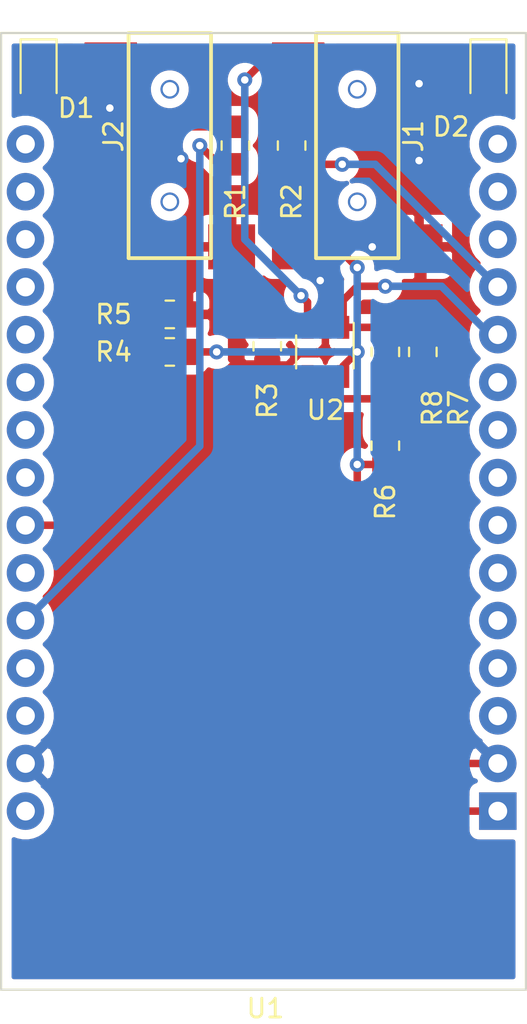
<source format=kicad_pcb>
(kicad_pcb (version 20171130) (host pcbnew "(5.1.10)-1")

  (general
    (thickness 1.6)
    (drawings 4)
    (tracks 107)
    (zones 0)
    (modules 14)
    (nets 34)
  )

  (page A4)
  (layers
    (0 F.Cu signal)
    (31 B.Cu signal)
    (32 B.Adhes user)
    (33 F.Adhes user)
    (34 B.Paste user)
    (35 F.Paste user)
    (36 B.SilkS user)
    (37 F.SilkS user)
    (38 B.Mask user)
    (39 F.Mask user)
    (40 Dwgs.User user)
    (41 Cmts.User user)
    (42 Eco1.User user)
    (43 Eco2.User user)
    (44 Edge.Cuts user)
    (45 Margin user)
    (46 B.CrtYd user)
    (47 F.CrtYd user)
    (48 B.Fab user hide)
    (49 F.Fab user hide)
  )

  (setup
    (last_trace_width 0.25)
    (user_trace_width 0.4)
    (trace_clearance 0.2)
    (zone_clearance 0.508)
    (zone_45_only no)
    (trace_min 0.2)
    (via_size 0.8)
    (via_drill 0.4)
    (via_min_size 0.4)
    (via_min_drill 0.3)
    (uvia_size 0.3)
    (uvia_drill 0.1)
    (uvias_allowed no)
    (uvia_min_size 0.2)
    (uvia_min_drill 0.1)
    (edge_width 0.1)
    (segment_width 0.2)
    (pcb_text_width 0.3)
    (pcb_text_size 1.5 1.5)
    (mod_edge_width 0.15)
    (mod_text_size 1 1)
    (mod_text_width 0.15)
    (pad_size 1.524 1.524)
    (pad_drill 0.762)
    (pad_to_mask_clearance 0)
    (aux_axis_origin 0 0)
    (visible_elements 7FFFFFFF)
    (pcbplotparams
      (layerselection 0x010fc_ffffffff)
      (usegerberextensions false)
      (usegerberattributes true)
      (usegerberadvancedattributes true)
      (creategerberjobfile true)
      (excludeedgelayer true)
      (linewidth 0.100000)
      (plotframeref false)
      (viasonmask false)
      (mode 1)
      (useauxorigin false)
      (hpglpennumber 1)
      (hpglpenspeed 20)
      (hpglpendiameter 15.000000)
      (psnegative false)
      (psa4output false)
      (plotreference true)
      (plotvalue true)
      (plotinvisibletext false)
      (padsonsilk false)
      (subtractmaskfromsilk false)
      (outputformat 1)
      (mirror false)
      (drillshape 1)
      (scaleselection 1)
      (outputdirectory ""))
  )

  (net 0 "")
  (net 1 GND)
  (net 2 +3V3)
  (net 3 "Net-(J1-PadS)")
  (net 4 /T_lin)
  (net 5 /T_op)
  (net 6 "Net-(U1-Pad30)")
  (net 7 "Net-(U1-Pad29)")
  (net 8 "Net-(U1-Pad28)")
  (net 9 "Net-(U1-Pad27)")
  (net 10 "Net-(U1-Pad26)")
  (net 11 "Net-(U1-Pad25)")
  (net 12 "Net-(U1-Pad24)")
  (net 13 "Net-(U1-Pad19)")
  (net 14 "Net-(U1-Pad18)")
  (net 15 "Net-(U1-Pad16)")
  (net 16 "Net-(U1-Pad15)")
  (net 17 "Net-(U1-Pad14)")
  (net 18 "Net-(U1-Pad13)")
  (net 19 "Net-(U1-Pad10)")
  (net 20 "Net-(U1-Pad9)")
  (net 21 "Net-(U1-Pad8)")
  (net 22 "Net-(U1-Pad7)")
  (net 23 "Net-(U1-Pad6)")
  (net 24 "Net-(U1-Pad5)")
  (net 25 "Net-(U1-Pad4)")
  (net 26 "Net-(U1-Pad3)")
  (net 27 "Net-(D1-Pad2)")
  (net 28 "Net-(D2-Pad2)")
  (net 29 "Net-(R6-Pad1)")
  (net 30 "Net-(U1-Pad21)")
  (net 31 "Net-(U1-Pad23)")
  (net 32 "Net-(R1-Pad2)")
  (net 33 "Net-(R2-Pad2)")

  (net_class Default "Dies ist die voreingestellte Netzklasse."
    (clearance 0.2)
    (trace_width 0.25)
    (via_dia 0.8)
    (via_drill 0.4)
    (uvia_dia 0.3)
    (uvia_drill 0.1)
    (add_net +3V3)
    (add_net /T_lin)
    (add_net /T_op)
    (add_net GND)
    (add_net "Net-(D1-Pad2)")
    (add_net "Net-(D2-Pad2)")
    (add_net "Net-(J1-PadS)")
    (add_net "Net-(R1-Pad2)")
    (add_net "Net-(R2-Pad2)")
    (add_net "Net-(R6-Pad1)")
    (add_net "Net-(U1-Pad10)")
    (add_net "Net-(U1-Pad13)")
    (add_net "Net-(U1-Pad14)")
    (add_net "Net-(U1-Pad15)")
    (add_net "Net-(U1-Pad16)")
    (add_net "Net-(U1-Pad18)")
    (add_net "Net-(U1-Pad19)")
    (add_net "Net-(U1-Pad21)")
    (add_net "Net-(U1-Pad23)")
    (add_net "Net-(U1-Pad24)")
    (add_net "Net-(U1-Pad25)")
    (add_net "Net-(U1-Pad26)")
    (add_net "Net-(U1-Pad27)")
    (add_net "Net-(U1-Pad28)")
    (add_net "Net-(U1-Pad29)")
    (add_net "Net-(U1-Pad3)")
    (add_net "Net-(U1-Pad30)")
    (add_net "Net-(U1-Pad4)")
    (add_net "Net-(U1-Pad5)")
    (add_net "Net-(U1-Pad6)")
    (add_net "Net-(U1-Pad7)")
    (add_net "Net-(U1-Pad8)")
    (add_net "Net-(U1-Pad9)")
  )

  (module z_ic:esp-wroom-32-devkit (layer F.Cu) (tedit 612A05A3) (tstamp 6174F925)
    (at 155 107)
    (path /616A9359)
    (fp_text reference U1 (at 0.1 27) (layer F.SilkS)
      (effects (font (size 1 1) (thickness 0.15)))
    )
    (fp_text value ESP-WROOM-32 (at 0 -9) (layer F.Fab)
      (effects (font (size 1 1) (thickness 0.15)))
    )
    (fp_line (start 14 26) (end 14 -25) (layer F.SilkS) (width 0.12))
    (fp_line (start 14 -25) (end -14 -25) (layer F.SilkS) (width 0.12))
    (fp_line (start -14 -25) (end -14 26) (layer F.SilkS) (width 0.12))
    (fp_line (start -14 26) (end 14 26) (layer F.SilkS) (width 0.12))
    (pad 30 thru_hole circle (at -12.7 -19.08 180) (size 2 2) (drill 1) (layers *.Cu *.Mask)
      (net 6 "Net-(U1-Pad30)"))
    (pad 29 thru_hole circle (at -12.7 -16.54 180) (size 2 2) (drill 1) (layers *.Cu *.Mask)
      (net 7 "Net-(U1-Pad29)"))
    (pad 28 thru_hole circle (at -12.7 -14 180) (size 2 2) (drill 1) (layers *.Cu *.Mask)
      (net 8 "Net-(U1-Pad28)"))
    (pad 27 thru_hole circle (at -12.7 -11.46 180) (size 2 2) (drill 1) (layers *.Cu *.Mask)
      (net 9 "Net-(U1-Pad27)"))
    (pad 26 thru_hole circle (at -12.7 -8.92 180) (size 2 2) (drill 1) (layers *.Cu *.Mask)
      (net 10 "Net-(U1-Pad26)"))
    (pad 25 thru_hole circle (at -12.7 -6.38 180) (size 2 2) (drill 1) (layers *.Cu *.Mask)
      (net 11 "Net-(U1-Pad25)"))
    (pad 24 thru_hole circle (at -12.7 -3.84 180) (size 2 2) (drill 1) (layers *.Cu *.Mask)
      (net 12 "Net-(U1-Pad24)"))
    (pad 23 thru_hole circle (at -12.7 -1.3 180) (size 2 2) (drill 1) (layers *.Cu *.Mask)
      (net 31 "Net-(U1-Pad23)"))
    (pad 22 thru_hole circle (at -12.7 1.24 180) (size 2 2) (drill 1) (layers *.Cu *.Mask)
      (net 4 /T_lin))
    (pad 21 thru_hole circle (at -12.7 3.78 180) (size 2 2) (drill 1) (layers *.Cu *.Mask)
      (net 30 "Net-(U1-Pad21)"))
    (pad 20 thru_hole circle (at -12.7 6.32 180) (size 2 2) (drill 1) (layers *.Cu *.Mask)
      (net 32 "Net-(R1-Pad2)"))
    (pad 19 thru_hole circle (at -12.7 8.86 180) (size 2 2) (drill 1) (layers *.Cu *.Mask)
      (net 13 "Net-(U1-Pad19)"))
    (pad 18 thru_hole circle (at -12.7 11.4 180) (size 2 2) (drill 1) (layers *.Cu *.Mask)
      (net 14 "Net-(U1-Pad18)"))
    (pad 17 thru_hole circle (at -12.7 13.94 180) (size 2 2) (drill 1) (layers *.Cu *.Mask)
      (net 1 GND))
    (pad 16 thru_hole circle (at -12.7 16.48 180) (size 2 2) (drill 1) (layers *.Cu *.Mask)
      (net 15 "Net-(U1-Pad16)"))
    (pad 15 thru_hole circle (at 12.5 -19.08 180) (size 2 2) (drill 1) (layers *.Cu *.Mask)
      (net 16 "Net-(U1-Pad15)"))
    (pad 14 thru_hole circle (at 12.5 -16.54 180) (size 2 2) (drill 1) (layers *.Cu *.Mask)
      (net 17 "Net-(U1-Pad14)"))
    (pad 13 thru_hole circle (at 12.5 -14 180) (size 2 2) (drill 1) (layers *.Cu *.Mask)
      (net 18 "Net-(U1-Pad13)"))
    (pad 12 thru_hole circle (at 12.5 -11.46 180) (size 2 2) (drill 1) (layers *.Cu *.Mask)
      (net 33 "Net-(R2-Pad2)"))
    (pad 11 thru_hole circle (at 12.5 -8.92 180) (size 2 2) (drill 1) (layers *.Cu *.Mask)
      (net 5 /T_op))
    (pad 10 thru_hole circle (at 12.5 -6.38 180) (size 2 2) (drill 1) (layers *.Cu *.Mask)
      (net 19 "Net-(U1-Pad10)"))
    (pad 9 thru_hole circle (at 12.5 -3.84 180) (size 2 2) (drill 1) (layers *.Cu *.Mask)
      (net 20 "Net-(U1-Pad9)"))
    (pad 8 thru_hole circle (at 12.5 -1.3 180) (size 2 2) (drill 1) (layers *.Cu *.Mask)
      (net 21 "Net-(U1-Pad8)"))
    (pad 7 thru_hole circle (at 12.5 1.24 180) (size 2 2) (drill 1) (layers *.Cu *.Mask)
      (net 22 "Net-(U1-Pad7)"))
    (pad 6 thru_hole circle (at 12.5 3.78 180) (size 2 2) (drill 1) (layers *.Cu *.Mask)
      (net 23 "Net-(U1-Pad6)"))
    (pad 5 thru_hole circle (at 12.5 6.32 180) (size 2 2) (drill 1) (layers *.Cu *.Mask)
      (net 24 "Net-(U1-Pad5)"))
    (pad 4 thru_hole circle (at 12.5 8.86 180) (size 2 2) (drill 1) (layers *.Cu *.Mask)
      (net 25 "Net-(U1-Pad4)"))
    (pad 3 thru_hole circle (at 12.5 11.4 180) (size 2 2) (drill 1) (layers *.Cu *.Mask)
      (net 26 "Net-(U1-Pad3)"))
    (pad 2 thru_hole circle (at 12.5 13.94 180) (size 2 2) (drill 1) (layers *.Cu *.Mask)
      (net 1 GND))
    (pad 1 thru_hole rect (at 12.5 16.48 180) (size 2 2) (drill 1) (layers *.Cu *.Mask)
      (net 2 +3V3))
  )

  (module Resistor_SMD:R_0805_2012Metric_Pad1.20x1.40mm_HandSolder (layer F.Cu) (tedit 5F68FEEE) (tstamp 6173EC59)
    (at 150 97)
    (descr "Resistor SMD 0805 (2012 Metric), square (rectangular) end terminal, IPC_7351 nominal with elongated pad for handsoldering. (Body size source: IPC-SM-782 page 72, https://www.pcb-3d.com/wordpress/wp-content/uploads/ipc-sm-782a_amendment_1_and_2.pdf), generated with kicad-footprint-generator")
    (tags "resistor handsolder")
    (path /61756B9F)
    (attr smd)
    (fp_text reference R5 (at -3 0) (layer F.SilkS)
      (effects (font (size 1 1) (thickness 0.15)))
    )
    (fp_text value 2k49 (at 0 1.65) (layer F.Fab)
      (effects (font (size 1 1) (thickness 0.15)))
    )
    (fp_line (start 1.85 0.95) (end -1.85 0.95) (layer F.CrtYd) (width 0.05))
    (fp_line (start 1.85 -0.95) (end 1.85 0.95) (layer F.CrtYd) (width 0.05))
    (fp_line (start -1.85 -0.95) (end 1.85 -0.95) (layer F.CrtYd) (width 0.05))
    (fp_line (start -1.85 0.95) (end -1.85 -0.95) (layer F.CrtYd) (width 0.05))
    (fp_line (start -0.227064 0.735) (end 0.227064 0.735) (layer F.SilkS) (width 0.12))
    (fp_line (start -0.227064 -0.735) (end 0.227064 -0.735) (layer F.SilkS) (width 0.12))
    (fp_line (start 1 0.625) (end -1 0.625) (layer F.Fab) (width 0.1))
    (fp_line (start 1 -0.625) (end 1 0.625) (layer F.Fab) (width 0.1))
    (fp_line (start -1 -0.625) (end 1 -0.625) (layer F.Fab) (width 0.1))
    (fp_line (start -1 0.625) (end -1 -0.625) (layer F.Fab) (width 0.1))
    (fp_text user %R (at 0 0) (layer F.Fab)
      (effects (font (size 0.5 0.5) (thickness 0.08)))
    )
    (pad 2 smd roundrect (at 1 0) (size 1.2 1.4) (layers F.Cu F.Paste F.Mask) (roundrect_rratio 0.208333)
      (net 1 GND))
    (pad 1 smd roundrect (at -1 0) (size 1.2 1.4) (layers F.Cu F.Paste F.Mask) (roundrect_rratio 0.208333)
      (net 4 /T_lin))
    (model ${KISYS3DMOD}/Resistor_SMD.3dshapes/R_0805_2012Metric.wrl
      (at (xyz 0 0 0))
      (scale (xyz 1 1 1))
      (rotate (xyz 0 0 0))
    )
  )

  (module Resistor_SMD:R_0805_2012Metric_Pad1.20x1.40mm_HandSolder (layer F.Cu) (tedit 5F68FEEE) (tstamp 6173EDBB)
    (at 156.5 88 270)
    (descr "Resistor SMD 0805 (2012 Metric), square (rectangular) end terminal, IPC_7351 nominal with elongated pad for handsoldering. (Body size source: IPC-SM-782 page 72, https://www.pcb-3d.com/wordpress/wp-content/uploads/ipc-sm-782a_amendment_1_and_2.pdf), generated with kicad-footprint-generator")
    (tags "resistor handsolder")
    (path /61743DD1)
    (attr smd)
    (fp_text reference R2 (at 3 0 90) (layer F.SilkS)
      (effects (font (size 1 1) (thickness 0.15)))
    )
    (fp_text value 130 (at 0 1.65 90) (layer F.Fab)
      (effects (font (size 1 1) (thickness 0.15)))
    )
    (fp_line (start 1.85 0.95) (end -1.85 0.95) (layer F.CrtYd) (width 0.05))
    (fp_line (start 1.85 -0.95) (end 1.85 0.95) (layer F.CrtYd) (width 0.05))
    (fp_line (start -1.85 -0.95) (end 1.85 -0.95) (layer F.CrtYd) (width 0.05))
    (fp_line (start -1.85 0.95) (end -1.85 -0.95) (layer F.CrtYd) (width 0.05))
    (fp_line (start -0.227064 0.735) (end 0.227064 0.735) (layer F.SilkS) (width 0.12))
    (fp_line (start -0.227064 -0.735) (end 0.227064 -0.735) (layer F.SilkS) (width 0.12))
    (fp_line (start 1 0.625) (end -1 0.625) (layer F.Fab) (width 0.1))
    (fp_line (start 1 -0.625) (end 1 0.625) (layer F.Fab) (width 0.1))
    (fp_line (start -1 -0.625) (end 1 -0.625) (layer F.Fab) (width 0.1))
    (fp_line (start -1 0.625) (end -1 -0.625) (layer F.Fab) (width 0.1))
    (fp_text user %R (at 0 0 90) (layer F.Fab)
      (effects (font (size 0.5 0.5) (thickness 0.08)))
    )
    (pad 2 smd roundrect (at 1 0 270) (size 1.2 1.4) (layers F.Cu F.Paste F.Mask) (roundrect_rratio 0.208333)
      (net 33 "Net-(R2-Pad2)"))
    (pad 1 smd roundrect (at -1 0 270) (size 1.2 1.4) (layers F.Cu F.Paste F.Mask) (roundrect_rratio 0.208333)
      (net 28 "Net-(D2-Pad2)"))
    (model ${KISYS3DMOD}/Resistor_SMD.3dshapes/R_0805_2012Metric.wrl
      (at (xyz 0 0 0))
      (scale (xyz 1 1 1))
      (rotate (xyz 0 0 0))
    )
  )

  (module Resistor_SMD:R_0805_2012Metric_Pad1.20x1.40mm_HandSolder (layer F.Cu) (tedit 5F68FEEE) (tstamp 6174208C)
    (at 153.5 88 270)
    (descr "Resistor SMD 0805 (2012 Metric), square (rectangular) end terminal, IPC_7351 nominal with elongated pad for handsoldering. (Body size source: IPC-SM-782 page 72, https://www.pcb-3d.com/wordpress/wp-content/uploads/ipc-sm-782a_amendment_1_and_2.pdf), generated with kicad-footprint-generator")
    (tags "resistor handsolder")
    (path /6175945B)
    (attr smd)
    (fp_text reference R1 (at 3 0 90) (layer F.SilkS)
      (effects (font (size 1 1) (thickness 0.15)))
    )
    (fp_text value 130 (at 0 1.65 90) (layer F.Fab)
      (effects (font (size 1 1) (thickness 0.15)))
    )
    (fp_line (start 1.85 0.95) (end -1.85 0.95) (layer F.CrtYd) (width 0.05))
    (fp_line (start 1.85 -0.95) (end 1.85 0.95) (layer F.CrtYd) (width 0.05))
    (fp_line (start -1.85 -0.95) (end 1.85 -0.95) (layer F.CrtYd) (width 0.05))
    (fp_line (start -1.85 0.95) (end -1.85 -0.95) (layer F.CrtYd) (width 0.05))
    (fp_line (start -0.227064 0.735) (end 0.227064 0.735) (layer F.SilkS) (width 0.12))
    (fp_line (start -0.227064 -0.735) (end 0.227064 -0.735) (layer F.SilkS) (width 0.12))
    (fp_line (start 1 0.625) (end -1 0.625) (layer F.Fab) (width 0.1))
    (fp_line (start 1 -0.625) (end 1 0.625) (layer F.Fab) (width 0.1))
    (fp_line (start -1 -0.625) (end 1 -0.625) (layer F.Fab) (width 0.1))
    (fp_line (start -1 0.625) (end -1 -0.625) (layer F.Fab) (width 0.1))
    (fp_text user %R (at 0 0 90) (layer F.Fab)
      (effects (font (size 0.5 0.5) (thickness 0.08)))
    )
    (pad 2 smd roundrect (at 1 0 270) (size 1.2 1.4) (layers F.Cu F.Paste F.Mask) (roundrect_rratio 0.208333)
      (net 32 "Net-(R1-Pad2)"))
    (pad 1 smd roundrect (at -1 0 270) (size 1.2 1.4) (layers F.Cu F.Paste F.Mask) (roundrect_rratio 0.208333)
      (net 27 "Net-(D1-Pad2)"))
    (model ${KISYS3DMOD}/Resistor_SMD.3dshapes/R_0805_2012Metric.wrl
      (at (xyz 0 0 0))
      (scale (xyz 1 1 1))
      (rotate (xyz 0 0 0))
    )
  )

  (module LED_SMD:LED_0805_2012Metric_Pad1.15x1.40mm_HandSolder (layer F.Cu) (tedit 5F68FEF1) (tstamp 617409A1)
    (at 167 84.2 270)
    (descr "LED SMD 0805 (2012 Metric), square (rectangular) end terminal, IPC_7351 nominal, (Body size source: https://docs.google.com/spreadsheets/d/1BsfQQcO9C6DZCsRaXUlFlo91Tg2WpOkGARC1WS5S8t0/edit?usp=sharing), generated with kicad-footprint-generator")
    (tags "LED handsolder")
    (path /617445B8)
    (attr smd)
    (fp_text reference D2 (at 2.8 2 180) (layer F.SilkS)
      (effects (font (size 1 1) (thickness 0.15)))
    )
    (fp_text value LED (at 0 1.65 90) (layer F.Fab)
      (effects (font (size 1 1) (thickness 0.15)))
    )
    (fp_line (start 1.85 0.95) (end -1.85 0.95) (layer F.CrtYd) (width 0.05))
    (fp_line (start 1.85 -0.95) (end 1.85 0.95) (layer F.CrtYd) (width 0.05))
    (fp_line (start -1.85 -0.95) (end 1.85 -0.95) (layer F.CrtYd) (width 0.05))
    (fp_line (start -1.85 0.95) (end -1.85 -0.95) (layer F.CrtYd) (width 0.05))
    (fp_line (start -1.86 0.96) (end 1 0.96) (layer F.SilkS) (width 0.12))
    (fp_line (start -1.86 -0.96) (end -1.86 0.96) (layer F.SilkS) (width 0.12))
    (fp_line (start 1 -0.96) (end -1.86 -0.96) (layer F.SilkS) (width 0.12))
    (fp_line (start 1 0.6) (end 1 -0.6) (layer F.Fab) (width 0.1))
    (fp_line (start -1 0.6) (end 1 0.6) (layer F.Fab) (width 0.1))
    (fp_line (start -1 -0.3) (end -1 0.6) (layer F.Fab) (width 0.1))
    (fp_line (start -0.7 -0.6) (end -1 -0.3) (layer F.Fab) (width 0.1))
    (fp_line (start 1 -0.6) (end -0.7 -0.6) (layer F.Fab) (width 0.1))
    (fp_text user %R (at 0 0 90) (layer F.Fab)
      (effects (font (size 0.5 0.5) (thickness 0.08)))
    )
    (pad 2 smd roundrect (at 1.025 0 270) (size 1.15 1.4) (layers F.Cu F.Paste F.Mask) (roundrect_rratio 0.217391)
      (net 28 "Net-(D2-Pad2)"))
    (pad 1 smd roundrect (at -1.025 0 270) (size 1.15 1.4) (layers F.Cu F.Paste F.Mask) (roundrect_rratio 0.217391)
      (net 1 GND))
    (model ${KISYS3DMOD}/LED_SMD.3dshapes/LED_0805_2012Metric.wrl
      (at (xyz 0 0 0))
      (scale (xyz 1 1 1))
      (rotate (xyz 0 0 0))
    )
  )

  (module LED_SMD:LED_0805_2012Metric_Pad1.15x1.40mm_HandSolder (layer F.Cu) (tedit 5F68FEF1) (tstamp 6174083F)
    (at 143 84.2 270)
    (descr "LED SMD 0805 (2012 Metric), square (rectangular) end terminal, IPC_7351 nominal, (Body size source: https://docs.google.com/spreadsheets/d/1BsfQQcO9C6DZCsRaXUlFlo91Tg2WpOkGARC1WS5S8t0/edit?usp=sharing), generated with kicad-footprint-generator")
    (tags "LED handsolder")
    (path /61758BA8)
    (attr smd)
    (fp_text reference D1 (at 1.8 -2 180) (layer F.SilkS)
      (effects (font (size 1 1) (thickness 0.15)))
    )
    (fp_text value LED (at 0 1.65 90) (layer F.Fab)
      (effects (font (size 1 1) (thickness 0.15)))
    )
    (fp_line (start 1.85 0.95) (end -1.85 0.95) (layer F.CrtYd) (width 0.05))
    (fp_line (start 1.85 -0.95) (end 1.85 0.95) (layer F.CrtYd) (width 0.05))
    (fp_line (start -1.85 -0.95) (end 1.85 -0.95) (layer F.CrtYd) (width 0.05))
    (fp_line (start -1.85 0.95) (end -1.85 -0.95) (layer F.CrtYd) (width 0.05))
    (fp_line (start -1.86 0.96) (end 1 0.96) (layer F.SilkS) (width 0.12))
    (fp_line (start -1.86 -0.96) (end -1.86 0.96) (layer F.SilkS) (width 0.12))
    (fp_line (start 1 -0.96) (end -1.86 -0.96) (layer F.SilkS) (width 0.12))
    (fp_line (start 1 0.6) (end 1 -0.6) (layer F.Fab) (width 0.1))
    (fp_line (start -1 0.6) (end 1 0.6) (layer F.Fab) (width 0.1))
    (fp_line (start -1 -0.3) (end -1 0.6) (layer F.Fab) (width 0.1))
    (fp_line (start -0.7 -0.6) (end -1 -0.3) (layer F.Fab) (width 0.1))
    (fp_line (start 1 -0.6) (end -0.7 -0.6) (layer F.Fab) (width 0.1))
    (fp_text user %R (at 0 0 90) (layer F.Fab)
      (effects (font (size 0.5 0.5) (thickness 0.08)))
    )
    (pad 2 smd roundrect (at 1.025 0 270) (size 1.15 1.4) (layers F.Cu F.Paste F.Mask) (roundrect_rratio 0.217391)
      (net 27 "Net-(D1-Pad2)"))
    (pad 1 smd roundrect (at -1.025 0 270) (size 1.15 1.4) (layers F.Cu F.Paste F.Mask) (roundrect_rratio 0.217391)
      (net 1 GND))
    (model ${KISYS3DMOD}/LED_SMD.3dshapes/LED_0805_2012Metric.wrl
      (at (xyz 0 0 0))
      (scale (xyz 1 1 1))
      (rotate (xyz 0 0 0))
    )
  )

  (module Package_TO_SOT_SMD:TSOT-23-5 (layer F.Cu) (tedit 5A02FF57) (tstamp 6173ECBD)
    (at 158.3 99 270)
    (descr "5-pin TSOT23 package, http://cds.linear.com/docs/en/packaging/SOT_5_05-08-1635.pdf")
    (tags TSOT-23-5)
    (path /61701166)
    (attr smd)
    (fp_text reference U2 (at 3.1 0 180) (layer F.SilkS)
      (effects (font (size 1 1) (thickness 0.15)))
    )
    (fp_text value LT6202 (at 0 2.5 90) (layer F.Fab)
      (effects (font (size 1 1) (thickness 0.15)))
    )
    (fp_line (start -0.88 1.56) (end 0.88 1.56) (layer F.SilkS) (width 0.12))
    (fp_line (start 0.88 -1.51) (end -1.55 -1.51) (layer F.SilkS) (width 0.12))
    (fp_line (start -0.88 -1) (end -0.43 -1.45) (layer F.Fab) (width 0.1))
    (fp_line (start 0.88 -1.45) (end -0.43 -1.45) (layer F.Fab) (width 0.1))
    (fp_line (start -0.88 -1) (end -0.88 1.45) (layer F.Fab) (width 0.1))
    (fp_line (start 0.88 1.45) (end -0.88 1.45) (layer F.Fab) (width 0.1))
    (fp_line (start 0.88 -1.45) (end 0.88 1.45) (layer F.Fab) (width 0.1))
    (fp_line (start -2.17 -1.7) (end 2.17 -1.7) (layer F.CrtYd) (width 0.05))
    (fp_line (start -2.17 -1.7) (end -2.17 1.7) (layer F.CrtYd) (width 0.05))
    (fp_line (start 2.17 1.7) (end 2.17 -1.7) (layer F.CrtYd) (width 0.05))
    (fp_line (start 2.17 1.7) (end -2.17 1.7) (layer F.CrtYd) (width 0.05))
    (fp_text user %R (at 0 0) (layer F.Fab)
      (effects (font (size 0.5 0.5) (thickness 0.075)))
    )
    (pad 5 smd rect (at 1.31 -0.95 270) (size 1.22 0.65) (layers F.Cu F.Paste F.Mask)
      (net 2 +3V3))
    (pad 4 smd rect (at 1.31 0.95 270) (size 1.22 0.65) (layers F.Cu F.Paste F.Mask)
      (net 29 "Net-(R6-Pad1)"))
    (pad 3 smd rect (at -1.31 0.95 270) (size 1.22 0.65) (layers F.Cu F.Paste F.Mask)
      (net 3 "Net-(J1-PadS)"))
    (pad 2 smd rect (at -1.31 0 270) (size 1.22 0.65) (layers F.Cu F.Paste F.Mask)
      (net 1 GND))
    (pad 1 smd rect (at -1.31 -0.95 270) (size 1.22 0.65) (layers F.Cu F.Paste F.Mask)
      (net 5 /T_op))
    (model ${KISYS3DMOD}/Package_TO_SOT_SMD.3dshapes/TSOT-23-5.wrl
      (at (xyz 0 0 0))
      (scale (xyz 1 1 1))
      (rotate (xyz 0 0 0))
    )
  )

  (module Resistor_SMD:R_0805_2012Metric_Pad1.20x1.40mm_HandSolder (layer F.Cu) (tedit 5F68FEEE) (tstamp 6173F249)
    (at 150 99)
    (descr "Resistor SMD 0805 (2012 Metric), square (rectangular) end terminal, IPC_7351 nominal with elongated pad for handsoldering. (Body size source: IPC-SM-782 page 72, https://www.pcb-3d.com/wordpress/wp-content/uploads/ipc-sm-782a_amendment_1_and_2.pdf), generated with kicad-footprint-generator")
    (tags "resistor handsolder")
    (path /612289FA)
    (attr smd)
    (fp_text reference R4 (at -3 0) (layer F.SilkS)
      (effects (font (size 1 1) (thickness 0.15)))
    )
    (fp_text value 3k24 (at 0 1.65) (layer F.Fab)
      (effects (font (size 1 1) (thickness 0.15)))
    )
    (fp_line (start -1 0.625) (end -1 -0.625) (layer F.Fab) (width 0.1))
    (fp_line (start -1 -0.625) (end 1 -0.625) (layer F.Fab) (width 0.1))
    (fp_line (start 1 -0.625) (end 1 0.625) (layer F.Fab) (width 0.1))
    (fp_line (start 1 0.625) (end -1 0.625) (layer F.Fab) (width 0.1))
    (fp_line (start -0.227064 -0.735) (end 0.227064 -0.735) (layer F.SilkS) (width 0.12))
    (fp_line (start -0.227064 0.735) (end 0.227064 0.735) (layer F.SilkS) (width 0.12))
    (fp_line (start -1.85 0.95) (end -1.85 -0.95) (layer F.CrtYd) (width 0.05))
    (fp_line (start -1.85 -0.95) (end 1.85 -0.95) (layer F.CrtYd) (width 0.05))
    (fp_line (start 1.85 -0.95) (end 1.85 0.95) (layer F.CrtYd) (width 0.05))
    (fp_line (start 1.85 0.95) (end -1.85 0.95) (layer F.CrtYd) (width 0.05))
    (fp_text user %R (at 0 0) (layer F.Fab)
      (effects (font (size 0.5 0.5) (thickness 0.08)))
    )
    (pad 2 smd roundrect (at 1 0) (size 1.2 1.4) (layers F.Cu F.Paste F.Mask) (roundrect_rratio 0.208333)
      (net 2 +3V3))
    (pad 1 smd roundrect (at -1 0) (size 1.2 1.4) (layers F.Cu F.Paste F.Mask) (roundrect_rratio 0.208333)
      (net 4 /T_lin))
    (model ${KISYS3DMOD}/Resistor_SMD.3dshapes/R_0805_2012Metric.wrl
      (at (xyz 0 0 0))
      (scale (xyz 1 1 1))
      (rotate (xyz 0 0 0))
    )
  )

  (module Resistor_SMD:R_0805_2012Metric_Pad1.20x1.40mm_HandSolder (layer F.Cu) (tedit 5F68FEEE) (tstamp 6173ED25)
    (at 161.5 99 90)
    (descr "Resistor SMD 0805 (2012 Metric), square (rectangular) end terminal, IPC_7351 nominal with elongated pad for handsoldering. (Body size source: IPC-SM-782 page 72, https://www.pcb-3d.com/wordpress/wp-content/uploads/ipc-sm-782a_amendment_1_and_2.pdf), generated with kicad-footprint-generator")
    (tags "resistor handsolder")
    (path /616F29CB)
    (attr smd)
    (fp_text reference R8 (at -3 2.5 90) (layer F.SilkS)
      (effects (font (size 1 1) (thickness 0.15)))
    )
    (fp_text value 2k26 (at 0 1.65 90) (layer F.Fab)
      (effects (font (size 1 1) (thickness 0.15)))
    )
    (fp_line (start -1 0.625) (end -1 -0.625) (layer F.Fab) (width 0.1))
    (fp_line (start -1 -0.625) (end 1 -0.625) (layer F.Fab) (width 0.1))
    (fp_line (start 1 -0.625) (end 1 0.625) (layer F.Fab) (width 0.1))
    (fp_line (start 1 0.625) (end -1 0.625) (layer F.Fab) (width 0.1))
    (fp_line (start -0.227064 -0.735) (end 0.227064 -0.735) (layer F.SilkS) (width 0.12))
    (fp_line (start -0.227064 0.735) (end 0.227064 0.735) (layer F.SilkS) (width 0.12))
    (fp_line (start -1.85 0.95) (end -1.85 -0.95) (layer F.CrtYd) (width 0.05))
    (fp_line (start -1.85 -0.95) (end 1.85 -0.95) (layer F.CrtYd) (width 0.05))
    (fp_line (start 1.85 -0.95) (end 1.85 0.95) (layer F.CrtYd) (width 0.05))
    (fp_line (start 1.85 0.95) (end -1.85 0.95) (layer F.CrtYd) (width 0.05))
    (fp_text user %R (at 0 0 90) (layer F.Fab)
      (effects (font (size 0.5 0.5) (thickness 0.08)))
    )
    (pad 2 smd roundrect (at 1 0 90) (size 1.2 1.4) (layers F.Cu F.Paste F.Mask) (roundrect_rratio 0.208333)
      (net 5 /T_op))
    (pad 1 smd roundrect (at -1 0 90) (size 1.2 1.4) (layers F.Cu F.Paste F.Mask) (roundrect_rratio 0.208333)
      (net 29 "Net-(R6-Pad1)"))
    (model ${KISYS3DMOD}/Resistor_SMD.3dshapes/R_0805_2012Metric.wrl
      (at (xyz 0 0 0))
      (scale (xyz 1 1 1))
      (rotate (xyz 0 0 0))
    )
  )

  (module Resistor_SMD:R_0805_2012Metric_Pad1.20x1.40mm_HandSolder (layer F.Cu) (tedit 5F68FEEE) (tstamp 61741D68)
    (at 163.5 99 270)
    (descr "Resistor SMD 0805 (2012 Metric), square (rectangular) end terminal, IPC_7351 nominal with elongated pad for handsoldering. (Body size source: IPC-SM-782 page 72, https://www.pcb-3d.com/wordpress/wp-content/uploads/ipc-sm-782a_amendment_1_and_2.pdf), generated with kicad-footprint-generator")
    (tags "resistor handsolder")
    (path /616F1C56)
    (attr smd)
    (fp_text reference R7 (at 3 -1.9 90) (layer F.SilkS)
      (effects (font (size 1 1) (thickness 0.15)))
    )
    (fp_text value 2k49 (at 0 1.65 90) (layer F.Fab)
      (effects (font (size 1 1) (thickness 0.15)))
    )
    (fp_line (start -1 0.625) (end -1 -0.625) (layer F.Fab) (width 0.1))
    (fp_line (start -1 -0.625) (end 1 -0.625) (layer F.Fab) (width 0.1))
    (fp_line (start 1 -0.625) (end 1 0.625) (layer F.Fab) (width 0.1))
    (fp_line (start 1 0.625) (end -1 0.625) (layer F.Fab) (width 0.1))
    (fp_line (start -0.227064 -0.735) (end 0.227064 -0.735) (layer F.SilkS) (width 0.12))
    (fp_line (start -0.227064 0.735) (end 0.227064 0.735) (layer F.SilkS) (width 0.12))
    (fp_line (start -1.85 0.95) (end -1.85 -0.95) (layer F.CrtYd) (width 0.05))
    (fp_line (start -1.85 -0.95) (end 1.85 -0.95) (layer F.CrtYd) (width 0.05))
    (fp_line (start 1.85 -0.95) (end 1.85 0.95) (layer F.CrtYd) (width 0.05))
    (fp_line (start 1.85 0.95) (end -1.85 0.95) (layer F.CrtYd) (width 0.05))
    (fp_text user %R (at 0 0 90) (layer F.Fab)
      (effects (font (size 0.5 0.5) (thickness 0.08)))
    )
    (pad 2 smd roundrect (at 1 0 270) (size 1.2 1.4) (layers F.Cu F.Paste F.Mask) (roundrect_rratio 0.208333)
      (net 29 "Net-(R6-Pad1)"))
    (pad 1 smd roundrect (at -1 0 270) (size 1.2 1.4) (layers F.Cu F.Paste F.Mask) (roundrect_rratio 0.208333)
      (net 1 GND))
    (model ${KISYS3DMOD}/Resistor_SMD.3dshapes/R_0805_2012Metric.wrl
      (at (xyz 0 0 0))
      (scale (xyz 1 1 1))
      (rotate (xyz 0 0 0))
    )
  )

  (module Resistor_SMD:R_0805_2012Metric_Pad1.20x1.40mm_HandSolder (layer F.Cu) (tedit 5F68FEEE) (tstamp 6173ED8B)
    (at 161.5 104 270)
    (descr "Resistor SMD 0805 (2012 Metric), square (rectangular) end terminal, IPC_7351 nominal with elongated pad for handsoldering. (Body size source: IPC-SM-782 page 72, https://www.pcb-3d.com/wordpress/wp-content/uploads/ipc-sm-782a_amendment_1_and_2.pdf), generated with kicad-footprint-generator")
    (tags "resistor handsolder")
    (path /616F2501)
    (attr smd)
    (fp_text reference R6 (at 3 0 90) (layer F.SilkS)
      (effects (font (size 1 1) (thickness 0.15)))
    )
    (fp_text value 4k02 (at 0 1.65 90) (layer F.Fab)
      (effects (font (size 1 1) (thickness 0.15)))
    )
    (fp_line (start -1 0.625) (end -1 -0.625) (layer F.Fab) (width 0.1))
    (fp_line (start -1 -0.625) (end 1 -0.625) (layer F.Fab) (width 0.1))
    (fp_line (start 1 -0.625) (end 1 0.625) (layer F.Fab) (width 0.1))
    (fp_line (start 1 0.625) (end -1 0.625) (layer F.Fab) (width 0.1))
    (fp_line (start -0.227064 -0.735) (end 0.227064 -0.735) (layer F.SilkS) (width 0.12))
    (fp_line (start -0.227064 0.735) (end 0.227064 0.735) (layer F.SilkS) (width 0.12))
    (fp_line (start -1.85 0.95) (end -1.85 -0.95) (layer F.CrtYd) (width 0.05))
    (fp_line (start -1.85 -0.95) (end 1.85 -0.95) (layer F.CrtYd) (width 0.05))
    (fp_line (start 1.85 -0.95) (end 1.85 0.95) (layer F.CrtYd) (width 0.05))
    (fp_line (start 1.85 0.95) (end -1.85 0.95) (layer F.CrtYd) (width 0.05))
    (fp_text user %R (at 0 0 90) (layer F.Fab)
      (effects (font (size 0.5 0.5) (thickness 0.08)))
    )
    (pad 2 smd roundrect (at 1 0 270) (size 1.2 1.4) (layers F.Cu F.Paste F.Mask) (roundrect_rratio 0.208333)
      (net 2 +3V3))
    (pad 1 smd roundrect (at -1 0 270) (size 1.2 1.4) (layers F.Cu F.Paste F.Mask) (roundrect_rratio 0.208333)
      (net 29 "Net-(R6-Pad1)"))
    (model ${KISYS3DMOD}/Resistor_SMD.3dshapes/R_0805_2012Metric.wrl
      (at (xyz 0 0 0))
      (scale (xyz 1 1 1))
      (rotate (xyz 0 0 0))
    )
  )

  (module Resistor_SMD:R_0805_2012Metric_Pad1.20x1.40mm_HandSolder (layer F.Cu) (tedit 5F68FEEE) (tstamp 6174F84B)
    (at 155.2 98.7 90)
    (descr "Resistor SMD 0805 (2012 Metric), square (rectangular) end terminal, IPC_7351 nominal with elongated pad for handsoldering. (Body size source: IPC-SM-782 page 72, https://www.pcb-3d.com/wordpress/wp-content/uploads/ipc-sm-782a_amendment_1_and_2.pdf), generated with kicad-footprint-generator")
    (tags "resistor handsolder")
    (path /616F07FD)
    (attr smd)
    (fp_text reference R3 (at -2.9 0 90) (layer F.SilkS)
      (effects (font (size 1 1) (thickness 0.15)))
    )
    (fp_text value 2k49 (at 0 1.65 90) (layer F.Fab)
      (effects (font (size 1 1) (thickness 0.15)))
    )
    (fp_line (start -1 0.625) (end -1 -0.625) (layer F.Fab) (width 0.1))
    (fp_line (start -1 -0.625) (end 1 -0.625) (layer F.Fab) (width 0.1))
    (fp_line (start 1 -0.625) (end 1 0.625) (layer F.Fab) (width 0.1))
    (fp_line (start 1 0.625) (end -1 0.625) (layer F.Fab) (width 0.1))
    (fp_line (start -0.227064 -0.735) (end 0.227064 -0.735) (layer F.SilkS) (width 0.12))
    (fp_line (start -0.227064 0.735) (end 0.227064 0.735) (layer F.SilkS) (width 0.12))
    (fp_line (start -1.85 0.95) (end -1.85 -0.95) (layer F.CrtYd) (width 0.05))
    (fp_line (start -1.85 -0.95) (end 1.85 -0.95) (layer F.CrtYd) (width 0.05))
    (fp_line (start 1.85 -0.95) (end 1.85 0.95) (layer F.CrtYd) (width 0.05))
    (fp_line (start 1.85 0.95) (end -1.85 0.95) (layer F.CrtYd) (width 0.05))
    (fp_text user %R (at 0 0 90) (layer F.Fab)
      (effects (font (size 0.5 0.5) (thickness 0.08)))
    )
    (pad 2 smd roundrect (at 1 0 90) (size 1.2 1.4) (layers F.Cu F.Paste F.Mask) (roundrect_rratio 0.208333)
      (net 3 "Net-(J1-PadS)"))
    (pad 1 smd roundrect (at -1 0 90) (size 1.2 1.4) (layers F.Cu F.Paste F.Mask) (roundrect_rratio 0.208333)
      (net 1 GND))
    (model ${KISYS3DMOD}/Resistor_SMD.3dshapes/R_0805_2012Metric.wrl
      (at (xyz 0 0 0))
      (scale (xyz 1 1 1))
      (rotate (xyz 0 0 0))
    )
  )

  (module z_connector:MJ-2523 (layer F.Cu) (tedit 616F09CD) (tstamp 61742006)
    (at 150 94 270)
    (path /61236E4A)
    (fp_text reference J2 (at -6.5 3 90) (layer F.SilkS)
      (effects (font (size 1 1) (thickness 0.15)))
    )
    (fp_text value AudioJack2_SwitchT (at 0 8.5 90) (layer F.Fab) hide
      (effects (font (size 1 1) (thickness 0.15)))
    )
    (fp_line (start -12 -2.2) (end -12 2.2) (layer F.SilkS) (width 0.2))
    (fp_line (start -12 2.2) (end -12 -2.2) (layer F.Fab) (width 0.12))
    (fp_line (start -12 -2.2) (end 0 -2.2) (layer F.SilkS) (width 0.2))
    (fp_line (start 0 -2.2) (end 0 2.2) (layer F.SilkS) (width 0.2))
    (fp_line (start 0 2.2) (end -12 2.2) (layer F.SilkS) (width 0.2))
    (fp_line (start 0 -2.2) (end 0 -4) (layer F.Fab) (width 0.12))
    (fp_line (start 0 -4) (end -1.2 -4) (layer F.Fab) (width 0.12))
    (fp_line (start -1.2 -4) (end -1.2 -2.2) (layer F.Fab) (width 0.12))
    (fp_line (start 0 4) (end 0 2.2) (layer F.Fab) (width 0.12))
    (fp_line (start -1.2 2.2) (end -1.2 4) (layer F.Fab) (width 0.12))
    (fp_line (start -1.2 4) (end 0 4) (layer F.Fab) (width 0.12))
    (fp_line (start -9.7 4) (end -9.7 2.2) (layer F.Fab) (width 0.12))
    (fp_line (start -10.9 2.2) (end -10.9 4) (layer F.Fab) (width 0.12))
    (fp_line (start -10.9 4) (end -9.7 4) (layer F.Fab) (width 0.12))
    (fp_line (start -12 -1.9) (end -13.7 -1.9) (layer F.Fab) (width 0.12))
    (fp_line (start -13.7 -1.9) (end -13.7 1.9) (layer F.Fab) (width 0.12))
    (fp_line (start -13.7 1.9) (end -12 1.9) (layer F.Fab) (width 0.12))
    (pad "" np_thru_hole circle (at -3 0 270) (size 1 1) (drill 0.762) (layers *.Cu *.Mask))
    (pad "" np_thru_hole circle (at -9 0 270) (size 1 1) (drill 0.762) (layers *.Cu *.Mask))
    (pad TN smd rect (at -0.6 -3.3 270) (size 2.4 2.5) (layers F.Cu F.Paste F.Mask)
      (net 1 GND))
    (pad T smd rect (at -0.6 3.3 270) (size 2.4 2.5) (layers F.Cu F.Paste F.Mask)
      (net 4 /T_lin))
    (pad S smd rect (at -10.3 3.15 270) (size 2.4 2.8) (layers F.Cu F.Paste F.Mask)
      (net 1 GND))
  )

  (module z_connector:MJ-2523 (layer F.Cu) (tedit 616F09CD) (tstamp 616F61E7)
    (at 160 94 270)
    (path /616DB120)
    (fp_text reference J1 (at -6.5 -3 90) (layer F.SilkS)
      (effects (font (size 1 1) (thickness 0.15)))
    )
    (fp_text value AudioJack2_SwitchT (at 0 8.5 90) (layer F.Fab) hide
      (effects (font (size 1 1) (thickness 0.15)))
    )
    (fp_line (start -12 -2.2) (end -12 2.2) (layer F.SilkS) (width 0.2))
    (fp_line (start -12 2.2) (end -12 -2.2) (layer F.Fab) (width 0.12))
    (fp_line (start -12 -2.2) (end 0 -2.2) (layer F.SilkS) (width 0.2))
    (fp_line (start 0 -2.2) (end 0 2.2) (layer F.SilkS) (width 0.2))
    (fp_line (start 0 2.2) (end -12 2.2) (layer F.SilkS) (width 0.2))
    (fp_line (start 0 -2.2) (end 0 -4) (layer F.Fab) (width 0.12))
    (fp_line (start 0 -4) (end -1.2 -4) (layer F.Fab) (width 0.12))
    (fp_line (start -1.2 -4) (end -1.2 -2.2) (layer F.Fab) (width 0.12))
    (fp_line (start 0 4) (end 0 2.2) (layer F.Fab) (width 0.12))
    (fp_line (start -1.2 2.2) (end -1.2 4) (layer F.Fab) (width 0.12))
    (fp_line (start -1.2 4) (end 0 4) (layer F.Fab) (width 0.12))
    (fp_line (start -9.7 4) (end -9.7 2.2) (layer F.Fab) (width 0.12))
    (fp_line (start -10.9 2.2) (end -10.9 4) (layer F.Fab) (width 0.12))
    (fp_line (start -10.9 4) (end -9.7 4) (layer F.Fab) (width 0.12))
    (fp_line (start -12 -1.9) (end -13.7 -1.9) (layer F.Fab) (width 0.12))
    (fp_line (start -13.7 -1.9) (end -13.7 1.9) (layer F.Fab) (width 0.12))
    (fp_line (start -13.7 1.9) (end -12 1.9) (layer F.Fab) (width 0.12))
    (pad "" np_thru_hole circle (at -3 0 270) (size 1 1) (drill 0.762) (layers *.Cu *.Mask))
    (pad "" np_thru_hole circle (at -9 0 270) (size 1 1) (drill 0.762) (layers *.Cu *.Mask))
    (pad TN smd rect (at -0.6 -3.3 270) (size 2.4 2.5) (layers F.Cu F.Paste F.Mask)
      (net 1 GND))
    (pad T smd rect (at -0.6 3.3 270) (size 2.4 2.5) (layers F.Cu F.Paste F.Mask)
      (net 2 +3V3))
    (pad S smd rect (at -10.3 3.15 270) (size 2.4 2.8) (layers F.Cu F.Paste F.Mask)
      (net 3 "Net-(J1-PadS)"))
  )

  (gr_line (start 141 133) (end 141 82) (layer Edge.Cuts) (width 0.1) (tstamp 6174089A))
  (gr_line (start 169 133) (end 141 133) (layer Edge.Cuts) (width 0.1))
  (gr_line (start 169 82) (end 169 133) (layer Edge.Cuts) (width 0.1))
  (gr_line (start 141 82) (end 169 82) (layer Edge.Cuts) (width 0.1))

  (segment (start 158.3 98.683557) (end 158.3 97.69) (width 0.4) (layer F.Cu) (net 1))
  (segment (start 157.88216 99.101397) (end 158.3 98.683557) (width 0.4) (layer F.Cu) (net 1))
  (segment (start 156.898603 99.101397) (end 157.88216 99.101397) (width 0.4) (layer F.Cu) (net 1))
  (segment (start 156.3 99.7) (end 156.898603 99.101397) (width 0.4) (layer F.Cu) (net 1))
  (segment (start 155.2 99.7) (end 156.3 99.7) (width 0.4) (layer F.Cu) (net 1))
  (segment (start 163.5 93.6) (end 163.3 93.4) (width 0.4) (layer F.Cu) (net 1))
  (segment (start 163.5 98) (end 163.5 93.6) (width 0.4) (layer F.Cu) (net 1))
  (segment (start 144.3375 83.175) (end 143 83.175) (width 0.4) (layer F.Cu) (net 1))
  (segment (start 144.8625 83.7) (end 144.3375 83.175) (width 0.4) (layer F.Cu) (net 1))
  (segment (start 146.85 83.7) (end 144.8625 83.7) (width 0.4) (layer F.Cu) (net 1))
  (via (at 163.3 88.8) (size 0.8) (drill 0.4) (layers F.Cu B.Cu) (net 1))
  (segment (start 163.3 93.4) (end 163.3 88.8) (width 0.4) (layer F.Cu) (net 1))
  (via (at 163.3 84.7) (size 0.8) (drill 0.4) (layers F.Cu B.Cu) (net 1))
  (segment (start 163.3 88.8) (end 163.3 84.7) (width 0.4) (layer B.Cu) (net 1))
  (segment (start 164.825 83.175) (end 167 83.175) (width 0.4) (layer F.Cu) (net 1))
  (segment (start 163.3 84.7) (end 164.825 83.175) (width 0.4) (layer F.Cu) (net 1))
  (segment (start 153.300001 98.615999) (end 153.3 95) (width 0.4) (layer F.Cu) (net 1))
  (segment (start 153.3 95) (end 153.3 93.4) (width 0.4) (layer F.Cu) (net 1))
  (segment (start 153.3 99.384) (end 153.300001 98.615999) (width 0.4) (layer F.Cu) (net 1))
  (segment (start 153.616 99.7) (end 153.3 99.384) (width 0.4) (layer F.Cu) (net 1))
  (segment (start 155.2 99.7) (end 153.616 99.7) (width 0.4) (layer F.Cu) (net 1))
  (segment (start 151 97) (end 153.3 97) (width 0.4) (layer F.Cu) (net 1))
  (via (at 150.6 88.7) (size 0.8) (drill 0.4) (layers F.Cu B.Cu) (net 1))
  (segment (start 153.3 91.4) (end 150.6 88.7) (width 0.4) (layer F.Cu) (net 1))
  (segment (start 153.3 93.4) (end 153.3 91.4) (width 0.4) (layer F.Cu) (net 1))
  (via (at 146.8 86) (size 0.8) (drill 0.4) (layers F.Cu B.Cu) (net 1))
  (segment (start 147.9 86) (end 146.8 86) (width 0.4) (layer B.Cu) (net 1))
  (segment (start 150.6 88.7) (end 147.9 86) (width 0.4) (layer B.Cu) (net 1))
  (segment (start 146.8 83.75) (end 146.85 83.7) (width 0.4) (layer F.Cu) (net 1))
  (segment (start 146.8 86) (end 146.8 83.75) (width 0.4) (layer F.Cu) (net 1))
  (segment (start 165.84 120.94) (end 167.5 120.94) (width 0.4) (layer F.Cu) (net 1))
  (segment (start 165 120.1) (end 165.84 120.94) (width 0.4) (layer F.Cu) (net 1))
  (segment (start 165 98.1) (end 165 120.1) (width 0.4) (layer F.Cu) (net 1))
  (segment (start 164.9 98) (end 165 98.1) (width 0.4) (layer F.Cu) (net 1))
  (segment (start 163.5 98) (end 164.9 98) (width 0.4) (layer F.Cu) (net 1))
  (via (at 158.024421 95.195369) (size 0.8) (drill 0.4) (layers F.Cu B.Cu) (net 1))
  (segment (start 158.3 95.470948) (end 158.024421 95.195369) (width 0.4) (layer F.Cu) (net 1))
  (segment (start 158.3 97.69) (end 158.3 95.470948) (width 0.4) (layer F.Cu) (net 1))
  (via (at 160.8 93.4) (size 0.8) (drill 0.4) (layers F.Cu B.Cu) (net 1))
  (segment (start 158.024421 95.195369) (end 159.81979 93.4) (width 0.4) (layer B.Cu) (net 1))
  (segment (start 159.81979 93.4) (end 160.8 93.4) (width 0.4) (layer B.Cu) (net 1))
  (segment (start 163.3 93.4) (end 160.8 93.4) (width 0.4) (layer F.Cu) (net 1))
  (via (at 160 99) (size 0.8) (drill 0.4) (layers F.Cu B.Cu) (net 2))
  (segment (start 159.25 99.75) (end 160 99) (width 0.4) (layer F.Cu) (net 2))
  (segment (start 159.25 100.31) (end 159.25 99.75) (width 0.4) (layer F.Cu) (net 2))
  (via (at 160 105) (size 0.8) (drill 0.4) (layers F.Cu B.Cu) (net 2))
  (segment (start 160 99) (end 160 105) (width 0.4) (layer B.Cu) (net 2))
  (segment (start 160 105) (end 161.5 105) (width 0.4) (layer F.Cu) (net 2))
  (segment (start 160 105) (end 160 120.5) (width 0.4) (layer F.Cu) (net 2))
  (segment (start 162.98 123.48) (end 167.5 123.48) (width 0.4) (layer F.Cu) (net 2))
  (segment (start 160 120.5) (end 162.98 123.48) (width 0.4) (layer F.Cu) (net 2))
  (via (at 160 94.5) (size 0.8) (drill 0.4) (layers F.Cu B.Cu) (net 2))
  (segment (start 158.9 93.4) (end 160 94.5) (width 0.4) (layer F.Cu) (net 2))
  (segment (start 156.7 93.4) (end 158.9 93.4) (width 0.4) (layer F.Cu) (net 2))
  (segment (start 160 94.5) (end 160 99) (width 0.4) (layer B.Cu) (net 2) (tstamp 6174F9AB))
  (via (at 152.5 99) (size 0.8) (drill 0.4) (layers F.Cu B.Cu) (net 2))
  (segment (start 151 99) (end 152.5 99) (width 0.4) (layer F.Cu) (net 2))
  (segment (start 152.5 99) (end 160 99) (width 0.4) (layer B.Cu) (net 2))
  (via (at 157 96) (size 0.8) (drill 0.4) (layers F.Cu B.Cu) (net 3))
  (segment (start 157.35 96.35) (end 157 96) (width 0.4) (layer F.Cu) (net 3))
  (segment (start 157.35 97.69) (end 157.35 96.35) (width 0.4) (layer F.Cu) (net 3))
  (via (at 154 84.5) (size 0.8) (drill 0.4) (layers F.Cu B.Cu) (net 3))
  (segment (start 154 93) (end 154 84.5) (width 0.4) (layer B.Cu) (net 3))
  (segment (start 157 96) (end 154 93) (width 0.4) (layer B.Cu) (net 3))
  (segment (start 154.8 83.7) (end 156.85 83.7) (width 0.4) (layer F.Cu) (net 3))
  (segment (start 154 84.5) (end 154.8 83.7) (width 0.4) (layer F.Cu) (net 3))
  (segment (start 157.34 97.7) (end 157.35 97.69) (width 0.4) (layer F.Cu) (net 3))
  (segment (start 155.2 97.7) (end 157.34 97.7) (width 0.4) (layer F.Cu) (net 3))
  (segment (start 149 99) (end 149 97) (width 0.4) (layer F.Cu) (net 4))
  (segment (start 149 97) (end 147.5 97) (width 0.4) (layer F.Cu) (net 4))
  (segment (start 146.7 96.2) (end 146.7 93.4) (width 0.4) (layer F.Cu) (net 4))
  (segment (start 147.5 97) (end 146.7 96.2) (width 0.4) (layer F.Cu) (net 4))
  (segment (start 142.3 108.24) (end 144.76 108.24) (width 0.4) (layer F.Cu) (net 4))
  (segment (start 149 104) (end 149 99) (width 0.4) (layer F.Cu) (net 4))
  (segment (start 144.76 108.24) (end 149 104) (width 0.4) (layer F.Cu) (net 4))
  (segment (start 161.19 97.69) (end 161.5 98) (width 0.4) (layer F.Cu) (net 5))
  (segment (start 159.25 97.69) (end 161.19 97.69) (width 0.4) (layer F.Cu) (net 5))
  (segment (start 159.25 97.69) (end 159.25 96.25) (width 0.4) (layer F.Cu) (net 5))
  (via (at 161.5 95.5) (size 0.8) (drill 0.4) (layers F.Cu B.Cu) (net 5))
  (segment (start 160 95.5) (end 161.5 95.5) (width 0.4) (layer F.Cu) (net 5))
  (segment (start 159.25 96.25) (end 160 95.5) (width 0.4) (layer F.Cu) (net 5))
  (segment (start 161.5 95.5) (end 164.5 95.5) (width 0.4) (layer B.Cu) (net 5))
  (segment (start 167.08 98.08) (end 167.5 98.08) (width 0.4) (layer B.Cu) (net 5))
  (segment (start 164.5 95.5) (end 167.08 98.08) (width 0.4) (layer B.Cu) (net 5))
  (segment (start 144.139999 85.225) (end 143 85.225) (width 0.4) (layer F.Cu) (net 27))
  (segment (start 145.914999 87) (end 144.139999 85.225) (width 0.4) (layer F.Cu) (net 27))
  (segment (start 153.5 87) (end 145.914999 87) (width 0.4) (layer F.Cu) (net 27))
  (segment (start 165.775 85.225) (end 167 85.225) (width 0.4) (layer F.Cu) (net 28))
  (segment (start 165 86) (end 165.775 85.225) (width 0.4) (layer F.Cu) (net 28))
  (segment (start 164 87) (end 156.5 87) (width 0.4) (layer F.Cu) (net 28))
  (segment (start 165 86) (end 164 87) (width 0.4) (layer F.Cu) (net 28))
  (segment (start 163.5 100) (end 161.5 100) (width 0.4) (layer F.Cu) (net 29))
  (segment (start 161.5 103) (end 161.5 101.5) (width 0.4) (layer F.Cu) (net 29))
  (segment (start 161.5 101.5) (end 161.5 100) (width 0.4) (layer F.Cu) (net 29))
  (segment (start 157.348203 101.263887) (end 157.348203 100.311797) (width 0.4) (layer F.Cu) (net 29))
  (segment (start 157.584316 101.5) (end 157.348203 101.263887) (width 0.4) (layer F.Cu) (net 29))
  (segment (start 157.348203 100.311797) (end 157.35 100.31) (width 0.4) (layer F.Cu) (net 29))
  (segment (start 161.5 101.5) (end 157.584316 101.5) (width 0.4) (layer F.Cu) (net 29))
  (via (at 151.6 88) (size 0.8) (drill 0.4) (layers F.Cu B.Cu) (net 32))
  (segment (start 152.6 89) (end 151.6 88) (width 0.4) (layer F.Cu) (net 32))
  (segment (start 153.5 89) (end 152.6 89) (width 0.4) (layer F.Cu) (net 32))
  (segment (start 151.6 104.02) (end 142.3 113.32) (width 0.4) (layer B.Cu) (net 32))
  (segment (start 151.6 88) (end 151.6 104.02) (width 0.4) (layer B.Cu) (net 32))
  (via (at 159.2 89) (size 0.8) (drill 0.4) (layers F.Cu B.Cu) (net 33))
  (segment (start 160.96 89) (end 159.2 89) (width 0.4) (layer B.Cu) (net 33))
  (segment (start 167.5 95.54) (end 160.96 89) (width 0.4) (layer B.Cu) (net 33))
  (segment (start 159.2 89) (end 156.5 89) (width 0.4) (layer F.Cu) (net 33))

  (zone (net 1) (net_name GND) (layer F.Cu) (tstamp 0) (hatch edge 0.508)
    (connect_pads (clearance 0.508))
    (min_thickness 0.254)
    (fill yes (arc_segments 32) (thermal_gap 0.508) (thermal_bridge_width 0.508))
    (polygon
      (pts
        (xy 169 133) (xy 141 133) (xy 141 82) (xy 169 82)
      )
    )
    (filled_polygon
      (pts
        (xy 144.815 83.41425) (xy 144.97375 83.573) (xy 146.723 83.573) (xy 146.723 83.553) (xy 146.977 83.553)
        (xy 146.977 83.573) (xy 148.72625 83.573) (xy 148.885 83.41425) (xy 148.88745 82.685) (xy 154.811928 82.685)
        (xy 154.811928 82.862135) (xy 154.8 82.86096) (xy 154.758981 82.865) (xy 154.636311 82.877082) (xy 154.478913 82.924828)
        (xy 154.333854 83.002364) (xy 154.206709 83.106709) (xy 154.180563 83.138568) (xy 153.843224 83.475908) (xy 153.698102 83.504774)
        (xy 153.509744 83.582795) (xy 153.340226 83.696063) (xy 153.196063 83.840226) (xy 153.082795 84.009744) (xy 153.004774 84.198102)
        (xy 152.965 84.398061) (xy 152.965 84.601939) (xy 153.004774 84.801898) (xy 153.082795 84.990256) (xy 153.196063 85.159774)
        (xy 153.340226 85.303937) (xy 153.509744 85.417205) (xy 153.698102 85.495226) (xy 153.898061 85.535) (xy 154.101939 85.535)
        (xy 154.301898 85.495226) (xy 154.490256 85.417205) (xy 154.659774 85.303937) (xy 154.803937 85.159774) (xy 154.846091 85.096686)
        (xy 154.860498 85.14418) (xy 154.919463 85.254494) (xy 154.998815 85.351185) (xy 155.095506 85.430537) (xy 155.20582 85.489502)
        (xy 155.325518 85.525812) (xy 155.45 85.538072) (xy 158.25 85.538072) (xy 158.374482 85.525812) (xy 158.49418 85.489502)
        (xy 158.604494 85.430537) (xy 158.701185 85.351185) (xy 158.780537 85.254494) (xy 158.839502 85.14418) (xy 158.865 85.060124)
        (xy 158.865 85.111788) (xy 158.908617 85.331067) (xy 158.994176 85.537624) (xy 159.118388 85.72352) (xy 159.27648 85.881612)
        (xy 159.462376 86.005824) (xy 159.668933 86.091383) (xy 159.888212 86.135) (xy 160.111788 86.135) (xy 160.331067 86.091383)
        (xy 160.537624 86.005824) (xy 160.72352 85.881612) (xy 160.881612 85.72352) (xy 161.005824 85.537624) (xy 161.091383 85.331067)
        (xy 161.135 85.111788) (xy 161.135 84.888212) (xy 161.091383 84.668933) (xy 161.005824 84.462376) (xy 160.881612 84.27648)
        (xy 160.72352 84.118388) (xy 160.537624 83.994176) (xy 160.331067 83.908617) (xy 160.111788 83.865) (xy 159.888212 83.865)
        (xy 159.668933 83.908617) (xy 159.462376 83.994176) (xy 159.27648 84.118388) (xy 159.118388 84.27648) (xy 158.994176 84.462376)
        (xy 158.908617 84.668933) (xy 158.888072 84.77222) (xy 158.888072 82.685) (xy 165.662831 82.685) (xy 165.665 82.88925)
        (xy 165.82375 83.048) (xy 166.873 83.048) (xy 166.873 83.028) (xy 167.127 83.028) (xy 167.127 83.048)
        (xy 167.147 83.048) (xy 167.147 83.302) (xy 167.127 83.302) (xy 167.127 83.322) (xy 166.873 83.322)
        (xy 166.873 83.302) (xy 165.82375 83.302) (xy 165.665 83.46075) (xy 165.661928 83.75) (xy 165.674188 83.874482)
        (xy 165.710498 83.99418) (xy 165.769463 84.104494) (xy 165.848815 84.201185) (xy 165.928594 84.266658) (xy 165.922038 84.272038)
        (xy 165.825229 84.39) (xy 165.816018 84.39) (xy 165.775 84.38596) (xy 165.733982 84.39) (xy 165.733981 84.39)
        (xy 165.611311 84.402082) (xy 165.453913 84.449828) (xy 165.308854 84.527364) (xy 165.245023 84.579749) (xy 165.217984 84.601939)
        (xy 165.181709 84.631709) (xy 165.155563 84.663569) (xy 164.43858 85.380552) (xy 164.43857 85.380561) (xy 163.654132 86.165)
        (xy 157.692888 86.165) (xy 157.688405 86.156613) (xy 157.577962 86.022038) (xy 157.443387 85.911595) (xy 157.289851 85.829528)
        (xy 157.123255 85.778992) (xy 156.950001 85.761928) (xy 156.049999 85.761928) (xy 155.876745 85.778992) (xy 155.710149 85.829528)
        (xy 155.556613 85.911595) (xy 155.422038 86.022038) (xy 155.311595 86.156613) (xy 155.229528 86.310149) (xy 155.178992 86.476745)
        (xy 155.161928 86.649999) (xy 155.161928 87.350001) (xy 155.178992 87.523255) (xy 155.229528 87.689851) (xy 155.311595 87.843387)
        (xy 155.422038 87.977962) (xy 155.448891 88) (xy 155.422038 88.022038) (xy 155.311595 88.156613) (xy 155.229528 88.310149)
        (xy 155.178992 88.476745) (xy 155.161928 88.649999) (xy 155.161928 89.350001) (xy 155.178992 89.523255) (xy 155.229528 89.689851)
        (xy 155.311595 89.843387) (xy 155.422038 89.977962) (xy 155.556613 90.088405) (xy 155.710149 90.170472) (xy 155.876745 90.221008)
        (xy 156.049999 90.238072) (xy 156.950001 90.238072) (xy 157.123255 90.221008) (xy 157.289851 90.170472) (xy 157.443387 90.088405)
        (xy 157.577962 89.977962) (xy 157.688405 89.843387) (xy 157.692888 89.835) (xy 158.586715 89.835) (xy 158.709744 89.917205)
        (xy 158.898102 89.995226) (xy 159.098061 90.035) (xy 159.301939 90.035) (xy 159.443386 90.006865) (xy 159.27648 90.118388)
        (xy 159.118388 90.27648) (xy 158.994176 90.462376) (xy 158.908617 90.668933) (xy 158.865 90.888212) (xy 158.865 91.111788)
        (xy 158.908617 91.331067) (xy 158.994176 91.537624) (xy 159.118388 91.72352) (xy 159.27648 91.881612) (xy 159.462376 92.005824)
        (xy 159.668933 92.091383) (xy 159.888212 92.135) (xy 160.111788 92.135) (xy 160.331067 92.091383) (xy 160.537624 92.005824)
        (xy 160.72352 91.881612) (xy 160.881612 91.72352) (xy 161.005824 91.537624) (xy 161.091383 91.331067) (xy 161.135 91.111788)
        (xy 161.135 90.888212) (xy 161.091383 90.668933) (xy 161.005824 90.462376) (xy 160.881612 90.27648) (xy 160.72352 90.118388)
        (xy 160.537624 89.994176) (xy 160.331067 89.908617) (xy 160.111788 89.865) (xy 159.888212 89.865) (xy 159.717595 89.898938)
        (xy 159.859774 89.803937) (xy 160.003937 89.659774) (xy 160.117205 89.490256) (xy 160.195226 89.301898) (xy 160.235 89.101939)
        (xy 160.235 88.898061) (xy 160.195226 88.698102) (xy 160.117205 88.509744) (xy 160.003937 88.340226) (xy 159.859774 88.196063)
        (xy 159.690256 88.082795) (xy 159.501898 88.004774) (xy 159.301939 87.965) (xy 159.098061 87.965) (xy 158.898102 88.004774)
        (xy 158.709744 88.082795) (xy 158.586715 88.165) (xy 157.692888 88.165) (xy 157.688405 88.156613) (xy 157.577962 88.022038)
        (xy 157.551109 88) (xy 157.577962 87.977962) (xy 157.688405 87.843387) (xy 157.692888 87.835) (xy 163.958982 87.835)
        (xy 164 87.83904) (xy 164.041018 87.835) (xy 164.041019 87.835) (xy 164.163689 87.822918) (xy 164.321087 87.775172)
        (xy 164.466146 87.697636) (xy 164.593291 87.593291) (xy 164.619445 87.561422) (xy 165.619439 86.56143) (xy 165.619448 86.56142)
        (xy 165.966454 86.214414) (xy 166.056613 86.288405) (xy 166.210149 86.370472) (xy 166.376745 86.421008) (xy 166.549999 86.438072)
        (xy 166.80523 86.438072) (xy 166.725537 86.471082) (xy 166.457748 86.650013) (xy 166.230013 86.877748) (xy 166.051082 87.145537)
        (xy 165.927832 87.443088) (xy 165.865 87.758967) (xy 165.865 88.081033) (xy 165.927832 88.396912) (xy 166.051082 88.694463)
        (xy 166.230013 88.962252) (xy 166.457748 89.189987) (xy 166.457767 89.19) (xy 166.457748 89.190013) (xy 166.230013 89.417748)
        (xy 166.051082 89.685537) (xy 165.927832 89.983088) (xy 165.865 90.298967) (xy 165.865 90.621033) (xy 165.927832 90.936912)
        (xy 166.051082 91.234463) (xy 166.230013 91.502252) (xy 166.457748 91.729987) (xy 166.457767 91.73) (xy 166.457748 91.730013)
        (xy 166.230013 91.957748) (xy 166.051082 92.225537) (xy 165.927832 92.523088) (xy 165.865 92.838967) (xy 165.865 93.161033)
        (xy 165.927832 93.476912) (xy 166.051082 93.774463) (xy 166.230013 94.042252) (xy 166.457748 94.269987) (xy 166.457767 94.27)
        (xy 166.457748 94.270013) (xy 166.230013 94.497748) (xy 166.051082 94.765537) (xy 165.927832 95.063088) (xy 165.865 95.378967)
        (xy 165.865 95.701033) (xy 165.927832 96.016912) (xy 166.051082 96.314463) (xy 166.230013 96.582252) (xy 166.457748 96.809987)
        (xy 166.457767 96.81) (xy 166.457748 96.810013) (xy 166.230013 97.037748) (xy 166.051082 97.305537) (xy 165.927832 97.603088)
        (xy 165.865 97.918967) (xy 165.865 98.241033) (xy 165.927832 98.556912) (xy 166.051082 98.854463) (xy 166.230013 99.122252)
        (xy 166.457748 99.349987) (xy 166.457767 99.35) (xy 166.457748 99.350013) (xy 166.230013 99.577748) (xy 166.051082 99.845537)
        (xy 165.927832 100.143088) (xy 165.865 100.458967) (xy 165.865 100.781033) (xy 165.927832 101.096912) (xy 166.051082 101.394463)
        (xy 166.230013 101.662252) (xy 166.457748 101.889987) (xy 166.457767 101.89) (xy 166.457748 101.890013) (xy 166.230013 102.117748)
        (xy 166.051082 102.385537) (xy 165.927832 102.683088) (xy 165.865 102.998967) (xy 165.865 103.321033) (xy 165.927832 103.636912)
        (xy 166.051082 103.934463) (xy 166.230013 104.202252) (xy 166.457748 104.429987) (xy 166.457767 104.43) (xy 166.457748 104.430013)
        (xy 166.230013 104.657748) (xy 166.051082 104.925537) (xy 165.927832 105.223088) (xy 165.865 105.538967) (xy 165.865 105.861033)
        (xy 165.927832 106.176912) (xy 166.051082 106.474463) (xy 166.230013 106.742252) (xy 166.457748 106.969987) (xy 166.457767 106.97)
        (xy 166.457748 106.970013) (xy 166.230013 107.197748) (xy 166.051082 107.465537) (xy 165.927832 107.763088) (xy 165.865 108.078967)
        (xy 165.865 108.401033) (xy 165.927832 108.716912) (xy 166.051082 109.014463) (xy 166.230013 109.282252) (xy 166.457748 109.509987)
        (xy 166.457767 109.51) (xy 166.457748 109.510013) (xy 166.230013 109.737748) (xy 166.051082 110.005537) (xy 165.927832 110.303088)
        (xy 165.865 110.618967) (xy 165.865 110.941033) (xy 165.927832 111.256912) (xy 166.051082 111.554463) (xy 166.230013 111.822252)
        (xy 166.457748 112.049987) (xy 166.457767 112.05) (xy 166.457748 112.050013) (xy 166.230013 112.277748) (xy 166.051082 112.545537)
        (xy 165.927832 112.843088) (xy 165.865 113.158967) (xy 165.865 113.481033) (xy 165.927832 113.796912) (xy 166.051082 114.094463)
        (xy 166.230013 114.362252) (xy 166.457748 114.589987) (xy 166.457767 114.59) (xy 166.457748 114.590013) (xy 166.230013 114.817748)
        (xy 166.051082 115.085537) (xy 165.927832 115.383088) (xy 165.865 115.698967) (xy 165.865 116.021033) (xy 165.927832 116.336912)
        (xy 166.051082 116.634463) (xy 166.230013 116.902252) (xy 166.457748 117.129987) (xy 166.457767 117.13) (xy 166.457748 117.130013)
        (xy 166.230013 117.357748) (xy 166.051082 117.625537) (xy 165.927832 117.923088) (xy 165.865 118.238967) (xy 165.865 118.561033)
        (xy 165.927832 118.876912) (xy 166.051082 119.174463) (xy 166.230013 119.442252) (xy 166.457748 119.669987) (xy 166.5666 119.74272)
        (xy 166.544192 119.804587) (xy 167.5 120.760395) (xy 167.514143 120.746253) (xy 167.693748 120.925858) (xy 167.679605 120.94)
        (xy 167.693748 120.954143) (xy 167.514143 121.133748) (xy 167.5 121.119605) (xy 167.485858 121.133748) (xy 167.306253 120.954143)
        (xy 167.320395 120.94) (xy 166.364587 119.984192) (xy 166.100186 120.079956) (xy 165.959296 120.369571) (xy 165.877616 120.681108)
        (xy 165.858282 121.002595) (xy 165.902039 121.321675) (xy 166.007205 121.626088) (xy 166.100186 121.800044) (xy 166.307033 121.874963)
        (xy 166.25582 121.890498) (xy 166.145506 121.949463) (xy 166.048815 122.028815) (xy 165.969463 122.125506) (xy 165.910498 122.23582)
        (xy 165.874188 122.355518) (xy 165.861928 122.48) (xy 165.861928 122.645) (xy 163.325868 122.645) (xy 160.835 120.154133)
        (xy 160.835 106.208345) (xy 160.876745 106.221008) (xy 161.049999 106.238072) (xy 161.950001 106.238072) (xy 162.123255 106.221008)
        (xy 162.289851 106.170472) (xy 162.443387 106.088405) (xy 162.577962 105.977962) (xy 162.688405 105.843387) (xy 162.770472 105.689851)
        (xy 162.821008 105.523255) (xy 162.838072 105.350001) (xy 162.838072 104.649999) (xy 162.821008 104.476745) (xy 162.770472 104.310149)
        (xy 162.688405 104.156613) (xy 162.577962 104.022038) (xy 162.551109 104) (xy 162.577962 103.977962) (xy 162.688405 103.843387)
        (xy 162.770472 103.689851) (xy 162.821008 103.523255) (xy 162.838072 103.350001) (xy 162.838072 102.649999) (xy 162.821008 102.476745)
        (xy 162.770472 102.310149) (xy 162.688405 102.156613) (xy 162.577962 102.022038) (xy 162.443387 101.911595) (xy 162.335 101.853661)
        (xy 162.335 101.541018) (xy 162.33904 101.5) (xy 162.335 101.458981) (xy 162.335 101.146339) (xy 162.443387 101.088405)
        (xy 162.5 101.041944) (xy 162.556613 101.088405) (xy 162.710149 101.170472) (xy 162.876745 101.221008) (xy 163.049999 101.238072)
        (xy 163.950001 101.238072) (xy 164.123255 101.221008) (xy 164.289851 101.170472) (xy 164.443387 101.088405) (xy 164.577962 100.977962)
        (xy 164.688405 100.843387) (xy 164.770472 100.689851) (xy 164.821008 100.523255) (xy 164.838072 100.350001) (xy 164.838072 99.649999)
        (xy 164.821008 99.476745) (xy 164.770472 99.310149) (xy 164.688405 99.156613) (xy 164.621724 99.075363) (xy 164.651185 99.051185)
        (xy 164.730537 98.954494) (xy 164.789502 98.84418) (xy 164.825812 98.724482) (xy 164.838072 98.6) (xy 164.835 98.28575)
        (xy 164.67625 98.127) (xy 163.627 98.127) (xy 163.627 98.147) (xy 163.373 98.147) (xy 163.373 98.127)
        (xy 163.353 98.127) (xy 163.353 97.873) (xy 163.373 97.873) (xy 163.373 96.92375) (xy 163.627 96.92375)
        (xy 163.627 97.873) (xy 164.67625 97.873) (xy 164.835 97.71425) (xy 164.838072 97.4) (xy 164.825812 97.275518)
        (xy 164.789502 97.15582) (xy 164.730537 97.045506) (xy 164.651185 96.948815) (xy 164.554494 96.869463) (xy 164.44418 96.810498)
        (xy 164.324482 96.774188) (xy 164.2 96.761928) (xy 163.78575 96.765) (xy 163.627 96.92375) (xy 163.373 96.92375)
        (xy 163.21425 96.765) (xy 162.8 96.761928) (xy 162.675518 96.774188) (xy 162.55582 96.810498) (xy 162.445506 96.869463)
        (xy 162.413581 96.895663) (xy 162.289851 96.829528) (xy 162.123255 96.778992) (xy 161.950001 96.761928) (xy 161.049999 96.761928)
        (xy 160.876745 96.778992) (xy 160.710149 96.829528) (xy 160.662494 96.855) (xy 160.17032 96.855) (xy 160.164502 96.83582)
        (xy 160.105537 96.725506) (xy 160.085 96.700482) (xy 160.085 96.595867) (xy 160.345868 96.335) (xy 160.886715 96.335)
        (xy 161.009744 96.417205) (xy 161.198102 96.495226) (xy 161.398061 96.535) (xy 161.601939 96.535) (xy 161.801898 96.495226)
        (xy 161.990256 96.417205) (xy 162.159774 96.303937) (xy 162.303937 96.159774) (xy 162.417205 95.990256) (xy 162.495226 95.801898)
        (xy 162.535 95.601939) (xy 162.535 95.398061) (xy 162.502889 95.236629) (xy 163.01425 95.235) (xy 163.173 95.07625)
        (xy 163.173 93.527) (xy 163.427 93.527) (xy 163.427 95.07625) (xy 163.58575 95.235) (xy 164.55 95.238072)
        (xy 164.674482 95.225812) (xy 164.79418 95.189502) (xy 164.904494 95.130537) (xy 165.001185 95.051185) (xy 165.080537 94.954494)
        (xy 165.139502 94.84418) (xy 165.175812 94.724482) (xy 165.188072 94.6) (xy 165.185 93.68575) (xy 165.02625 93.527)
        (xy 163.427 93.527) (xy 163.173 93.527) (xy 161.57375 93.527) (xy 161.415 93.68575) (xy 161.412382 94.465)
        (xy 161.398061 94.465) (xy 161.198102 94.504774) (xy 161.035 94.572334) (xy 161.035 94.398061) (xy 160.995226 94.198102)
        (xy 160.917205 94.009744) (xy 160.803937 93.840226) (xy 160.659774 93.696063) (xy 160.490256 93.582795) (xy 160.301898 93.504774)
        (xy 160.156776 93.475908) (xy 159.519445 92.838578) (xy 159.493291 92.806709) (xy 159.366146 92.702364) (xy 159.221087 92.624828)
        (xy 159.063689 92.577082) (xy 158.941019 92.565) (xy 158.941018 92.565) (xy 158.9 92.56096) (xy 158.858982 92.565)
        (xy 158.588072 92.565) (xy 158.588072 92.2) (xy 161.411928 92.2) (xy 161.415 93.11425) (xy 161.57375 93.273)
        (xy 163.173 93.273) (xy 163.173 91.72375) (xy 163.427 91.72375) (xy 163.427 93.273) (xy 165.02625 93.273)
        (xy 165.185 93.11425) (xy 165.188072 92.2) (xy 165.175812 92.075518) (xy 165.139502 91.95582) (xy 165.080537 91.845506)
        (xy 165.001185 91.748815) (xy 164.904494 91.669463) (xy 164.79418 91.610498) (xy 164.674482 91.574188) (xy 164.55 91.561928)
        (xy 163.58575 91.565) (xy 163.427 91.72375) (xy 163.173 91.72375) (xy 163.01425 91.565) (xy 162.05 91.561928)
        (xy 161.925518 91.574188) (xy 161.80582 91.610498) (xy 161.695506 91.669463) (xy 161.598815 91.748815) (xy 161.519463 91.845506)
        (xy 161.460498 91.95582) (xy 161.424188 92.075518) (xy 161.411928 92.2) (xy 158.588072 92.2) (xy 158.575812 92.075518)
        (xy 158.539502 91.95582) (xy 158.480537 91.845506) (xy 158.401185 91.748815) (xy 158.304494 91.669463) (xy 158.19418 91.610498)
        (xy 158.074482 91.574188) (xy 157.95 91.561928) (xy 155.45 91.561928) (xy 155.325518 91.574188) (xy 155.20582 91.610498)
        (xy 155.095506 91.669463) (xy 155 91.747842) (xy 154.904494 91.669463) (xy 154.79418 91.610498) (xy 154.674482 91.574188)
        (xy 154.55 91.561928) (xy 153.58575 91.565) (xy 153.427 91.72375) (xy 153.427 93.273) (xy 153.447 93.273)
        (xy 153.447 93.527) (xy 153.427 93.527) (xy 153.427 95.07625) (xy 153.58575 95.235) (xy 154.55 95.238072)
        (xy 154.674482 95.225812) (xy 154.79418 95.189502) (xy 154.904494 95.130537) (xy 155 95.052158) (xy 155.095506 95.130537)
        (xy 155.20582 95.189502) (xy 155.325518 95.225812) (xy 155.45 95.238072) (xy 156.298217 95.238072) (xy 156.196063 95.340226)
        (xy 156.082795 95.509744) (xy 156.004774 95.698102) (xy 155.965 95.898061) (xy 155.965 96.101939) (xy 156.004774 96.301898)
        (xy 156.082795 96.490256) (xy 156.188741 96.648816) (xy 156.143387 96.611595) (xy 155.989851 96.529528) (xy 155.823255 96.478992)
        (xy 155.650001 96.461928) (xy 154.749999 96.461928) (xy 154.576745 96.478992) (xy 154.410149 96.529528) (xy 154.256613 96.611595)
        (xy 154.122038 96.722038) (xy 154.011595 96.856613) (xy 153.929528 97.010149) (xy 153.878992 97.176745) (xy 153.861928 97.349999)
        (xy 153.861928 98.050001) (xy 153.878992 98.223255) (xy 153.929528 98.389851) (xy 154.011595 98.543387) (xy 154.078276 98.624637)
        (xy 154.048815 98.648815) (xy 153.969463 98.745506) (xy 153.910498 98.85582) (xy 153.874188 98.975518) (xy 153.861928 99.1)
        (xy 153.865 99.41425) (xy 154.02375 99.573) (xy 155.073 99.573) (xy 155.073 99.553) (xy 155.327 99.553)
        (xy 155.327 99.573) (xy 155.347 99.573) (xy 155.347 99.827) (xy 155.327 99.827) (xy 155.327 100.77625)
        (xy 155.48575 100.935) (xy 155.9 100.938072) (xy 156.024482 100.925812) (xy 156.14418 100.889502) (xy 156.254494 100.830537)
        (xy 156.351185 100.751185) (xy 156.386928 100.707632) (xy 156.386928 100.92) (xy 156.399188 101.044482) (xy 156.435498 101.16418)
        (xy 156.494463 101.274494) (xy 156.512355 101.296296) (xy 156.513203 101.304905) (xy 156.525285 101.427575) (xy 156.573031 101.584973)
        (xy 156.650567 101.730032) (xy 156.754912 101.857178) (xy 156.786782 101.883333) (xy 156.96487 102.061421) (xy 156.991025 102.093291)
        (xy 157.11817 102.197636) (xy 157.263229 102.275172) (xy 157.420627 102.322918) (xy 157.543297 102.335) (xy 157.543299 102.335)
        (xy 157.584315 102.33904) (xy 157.625331 102.335) (xy 160.22199 102.335) (xy 160.178992 102.476745) (xy 160.161928 102.649999)
        (xy 160.161928 103.350001) (xy 160.178992 103.523255) (xy 160.229528 103.689851) (xy 160.311595 103.843387) (xy 160.422038 103.977962)
        (xy 160.448891 104) (xy 160.422038 104.022038) (xy 160.402133 104.046293) (xy 160.301898 104.004774) (xy 160.101939 103.965)
        (xy 159.898061 103.965) (xy 159.698102 104.004774) (xy 159.509744 104.082795) (xy 159.340226 104.196063) (xy 159.196063 104.340226)
        (xy 159.082795 104.509744) (xy 159.004774 104.698102) (xy 158.965 104.898061) (xy 158.965 105.101939) (xy 159.004774 105.301898)
        (xy 159.082795 105.490256) (xy 159.165 105.613285) (xy 159.165001 120.458971) (xy 159.16096 120.5) (xy 159.177082 120.663688)
        (xy 159.224828 120.821086) (xy 159.302364 120.966145) (xy 159.302365 120.966146) (xy 159.40671 121.093291) (xy 159.438574 121.119441)
        (xy 162.360559 124.041427) (xy 162.386709 124.073291) (xy 162.513854 124.177636) (xy 162.658913 124.255172) (xy 162.816311 124.302918)
        (xy 162.938981 124.315) (xy 162.938991 124.315) (xy 162.979999 124.319039) (xy 163.021007 124.315) (xy 165.861928 124.315)
        (xy 165.861928 124.48) (xy 165.874188 124.604482) (xy 165.910498 124.72418) (xy 165.969463 124.834494) (xy 166.048815 124.931185)
        (xy 166.145506 125.010537) (xy 166.25582 125.069502) (xy 166.375518 125.105812) (xy 166.5 125.118072) (xy 168.315001 125.118072)
        (xy 168.315001 132.315) (xy 141.685 132.315) (xy 141.685 124.99497) (xy 141.823088 125.052168) (xy 142.138967 125.115)
        (xy 142.461033 125.115) (xy 142.776912 125.052168) (xy 143.074463 124.928918) (xy 143.342252 124.749987) (xy 143.569987 124.522252)
        (xy 143.748918 124.254463) (xy 143.872168 123.956912) (xy 143.935 123.641033) (xy 143.935 123.318967) (xy 143.872168 123.003088)
        (xy 143.748918 122.705537) (xy 143.569987 122.437748) (xy 143.342252 122.210013) (xy 143.2334 122.13728) (xy 143.255808 122.075413)
        (xy 142.3 121.119605) (xy 142.285858 121.133748) (xy 142.106253 120.954143) (xy 142.120395 120.94) (xy 142.479605 120.94)
        (xy 143.435413 121.895808) (xy 143.699814 121.800044) (xy 143.840704 121.510429) (xy 143.922384 121.198892) (xy 143.941718 120.877405)
        (xy 143.897961 120.558325) (xy 143.792795 120.253912) (xy 143.699814 120.079956) (xy 143.435413 119.984192) (xy 142.479605 120.94)
        (xy 142.120395 120.94) (xy 142.106253 120.925858) (xy 142.285858 120.746253) (xy 142.3 120.760395) (xy 143.255808 119.804587)
        (xy 143.2334 119.74272) (xy 143.342252 119.669987) (xy 143.569987 119.442252) (xy 143.748918 119.174463) (xy 143.872168 118.876912)
        (xy 143.935 118.561033) (xy 143.935 118.238967) (xy 143.872168 117.923088) (xy 143.748918 117.625537) (xy 143.569987 117.357748)
        (xy 143.342252 117.130013) (xy 143.342233 117.13) (xy 143.342252 117.129987) (xy 143.569987 116.902252) (xy 143.748918 116.634463)
        (xy 143.872168 116.336912) (xy 143.935 116.021033) (xy 143.935 115.698967) (xy 143.872168 115.383088) (xy 143.748918 115.085537)
        (xy 143.569987 114.817748) (xy 143.342252 114.590013) (xy 143.342233 114.59) (xy 143.342252 114.589987) (xy 143.569987 114.362252)
        (xy 143.748918 114.094463) (xy 143.872168 113.796912) (xy 143.935 113.481033) (xy 143.935 113.158967) (xy 143.872168 112.843088)
        (xy 143.748918 112.545537) (xy 143.569987 112.277748) (xy 143.342252 112.050013) (xy 143.342233 112.05) (xy 143.342252 112.049987)
        (xy 143.569987 111.822252) (xy 143.748918 111.554463) (xy 143.872168 111.256912) (xy 143.935 110.941033) (xy 143.935 110.618967)
        (xy 143.872168 110.303088) (xy 143.748918 110.005537) (xy 143.569987 109.737748) (xy 143.342252 109.510013) (xy 143.342233 109.51)
        (xy 143.342252 109.509987) (xy 143.569987 109.282252) (xy 143.708468 109.075) (xy 144.718982 109.075) (xy 144.76 109.07904)
        (xy 144.801018 109.075) (xy 144.801019 109.075) (xy 144.923689 109.062918) (xy 145.081087 109.015172) (xy 145.226146 108.937636)
        (xy 145.353291 108.833291) (xy 145.379446 108.801421) (xy 149.561428 104.61944) (xy 149.593291 104.593291) (xy 149.697636 104.466146)
        (xy 149.775172 104.321087) (xy 149.822918 104.163689) (xy 149.835 104.041019) (xy 149.835 104.041018) (xy 149.83904 104)
        (xy 149.835 103.958982) (xy 149.835 100.192888) (xy 149.843387 100.188405) (xy 149.977962 100.077962) (xy 150 100.051109)
        (xy 150.022038 100.077962) (xy 150.156613 100.188405) (xy 150.310149 100.270472) (xy 150.476745 100.321008) (xy 150.649999 100.338072)
        (xy 151.350001 100.338072) (xy 151.523255 100.321008) (xy 151.592509 100.3) (xy 153.861928 100.3) (xy 153.874188 100.424482)
        (xy 153.910498 100.54418) (xy 153.969463 100.654494) (xy 154.048815 100.751185) (xy 154.145506 100.830537) (xy 154.25582 100.889502)
        (xy 154.375518 100.925812) (xy 154.5 100.938072) (xy 154.91425 100.935) (xy 155.073 100.77625) (xy 155.073 99.827)
        (xy 154.02375 99.827) (xy 153.865 99.98575) (xy 153.861928 100.3) (xy 151.592509 100.3) (xy 151.689851 100.270472)
        (xy 151.843387 100.188405) (xy 151.977962 100.077962) (xy 152.084485 99.948164) (xy 152.198102 99.995226) (xy 152.398061 100.035)
        (xy 152.601939 100.035) (xy 152.801898 99.995226) (xy 152.990256 99.917205) (xy 153.159774 99.803937) (xy 153.303937 99.659774)
        (xy 153.417205 99.490256) (xy 153.495226 99.301898) (xy 153.535 99.101939) (xy 153.535 98.898061) (xy 153.495226 98.698102)
        (xy 153.417205 98.509744) (xy 153.303937 98.340226) (xy 153.159774 98.196063) (xy 152.990256 98.082795) (xy 152.801898 98.004774)
        (xy 152.601939 97.965) (xy 152.398061 97.965) (xy 152.198102 98.004774) (xy 152.145457 98.02658) (xy 152.189502 97.94418)
        (xy 152.225812 97.824482) (xy 152.238072 97.7) (xy 152.235 97.28575) (xy 152.07625 97.127) (xy 151.127 97.127)
        (xy 151.127 97.147) (xy 150.873 97.147) (xy 150.873 97.127) (xy 150.853 97.127) (xy 150.853 96.873)
        (xy 150.873 96.873) (xy 150.873 95.82375) (xy 151.127 95.82375) (xy 151.127 96.873) (xy 152.07625 96.873)
        (xy 152.235 96.71425) (xy 152.238072 96.3) (xy 152.225812 96.175518) (xy 152.189502 96.05582) (xy 152.130537 95.945506)
        (xy 152.051185 95.848815) (xy 151.954494 95.769463) (xy 151.84418 95.710498) (xy 151.724482 95.674188) (xy 151.6 95.661928)
        (xy 151.28575 95.665) (xy 151.127 95.82375) (xy 150.873 95.82375) (xy 150.71425 95.665) (xy 150.4 95.661928)
        (xy 150.275518 95.674188) (xy 150.15582 95.710498) (xy 150.045506 95.769463) (xy 149.948815 95.848815) (xy 149.924637 95.878276)
        (xy 149.843387 95.811595) (xy 149.689851 95.729528) (xy 149.523255 95.678992) (xy 149.350001 95.661928) (xy 148.649999 95.661928)
        (xy 148.476745 95.678992) (xy 148.310149 95.729528) (xy 148.156613 95.811595) (xy 148.022038 95.922038) (xy 147.911595 96.056613)
        (xy 147.853661 96.165) (xy 147.845868 96.165) (xy 147.535 95.854132) (xy 147.535 95.238072) (xy 147.95 95.238072)
        (xy 148.074482 95.225812) (xy 148.19418 95.189502) (xy 148.304494 95.130537) (xy 148.401185 95.051185) (xy 148.480537 94.954494)
        (xy 148.539502 94.84418) (xy 148.575812 94.724482) (xy 148.588072 94.6) (xy 151.411928 94.6) (xy 151.424188 94.724482)
        (xy 151.460498 94.84418) (xy 151.519463 94.954494) (xy 151.598815 95.051185) (xy 151.695506 95.130537) (xy 151.80582 95.189502)
        (xy 151.925518 95.225812) (xy 152.05 95.238072) (xy 153.01425 95.235) (xy 153.173 95.07625) (xy 153.173 93.527)
        (xy 151.57375 93.527) (xy 151.415 93.68575) (xy 151.411928 94.6) (xy 148.588072 94.6) (xy 148.588072 92.2)
        (xy 151.411928 92.2) (xy 151.415 93.11425) (xy 151.57375 93.273) (xy 153.173 93.273) (xy 153.173 91.72375)
        (xy 153.01425 91.565) (xy 152.05 91.561928) (xy 151.925518 91.574188) (xy 151.80582 91.610498) (xy 151.695506 91.669463)
        (xy 151.598815 91.748815) (xy 151.519463 91.845506) (xy 151.460498 91.95582) (xy 151.424188 92.075518) (xy 151.411928 92.2)
        (xy 148.588072 92.2) (xy 148.575812 92.075518) (xy 148.539502 91.95582) (xy 148.480537 91.845506) (xy 148.401185 91.748815)
        (xy 148.304494 91.669463) (xy 148.19418 91.610498) (xy 148.074482 91.574188) (xy 147.95 91.561928) (xy 145.45 91.561928)
        (xy 145.325518 91.574188) (xy 145.20582 91.610498) (xy 145.095506 91.669463) (xy 144.998815 91.748815) (xy 144.919463 91.845506)
        (xy 144.860498 91.95582) (xy 144.824188 92.075518) (xy 144.811928 92.2) (xy 144.811928 94.6) (xy 144.824188 94.724482)
        (xy 144.860498 94.84418) (xy 144.919463 94.954494) (xy 144.998815 95.051185) (xy 145.095506 95.130537) (xy 145.20582 95.189502)
        (xy 145.325518 95.225812) (xy 145.45 95.238072) (xy 145.865 95.238072) (xy 145.865 96.158981) (xy 145.86096 96.2)
        (xy 145.865 96.241018) (xy 145.877082 96.363688) (xy 145.924828 96.521086) (xy 146.002364 96.666145) (xy 146.106709 96.793291)
        (xy 146.138578 96.819445) (xy 146.880563 97.561432) (xy 146.906709 97.593291) (xy 146.938568 97.619437) (xy 146.93857 97.619439)
        (xy 147.011041 97.678914) (xy 147.033854 97.697636) (xy 147.178913 97.775172) (xy 147.336311 97.822918) (xy 147.352191 97.824482)
        (xy 147.5 97.83904) (xy 147.541018 97.835) (xy 147.853661 97.835) (xy 147.911595 97.943387) (xy 147.958056 98)
        (xy 147.911595 98.056613) (xy 147.829528 98.210149) (xy 147.778992 98.376745) (xy 147.761928 98.549999) (xy 147.761928 99.450001)
        (xy 147.778992 99.623255) (xy 147.829528 99.789851) (xy 147.911595 99.943387) (xy 148.022038 100.077962) (xy 148.156613 100.188405)
        (xy 148.165001 100.192888) (xy 148.165 103.654132) (xy 144.414133 107.405) (xy 143.708468 107.405) (xy 143.569987 107.197748)
        (xy 143.342252 106.970013) (xy 143.342233 106.97) (xy 143.342252 106.969987) (xy 143.569987 106.742252) (xy 143.748918 106.474463)
        (xy 143.872168 106.176912) (xy 143.935 105.861033) (xy 143.935 105.538967) (xy 143.872168 105.223088) (xy 143.748918 104.925537)
        (xy 143.569987 104.657748) (xy 143.342252 104.430013) (xy 143.342233 104.43) (xy 143.342252 104.429987) (xy 143.569987 104.202252)
        (xy 143.748918 103.934463) (xy 143.872168 103.636912) (xy 143.935 103.321033) (xy 143.935 102.998967) (xy 143.872168 102.683088)
        (xy 143.748918 102.385537) (xy 143.569987 102.117748) (xy 143.342252 101.890013) (xy 143.342233 101.89) (xy 143.342252 101.889987)
        (xy 143.569987 101.662252) (xy 143.748918 101.394463) (xy 143.872168 101.096912) (xy 143.935 100.781033) (xy 143.935 100.458967)
        (xy 143.872168 100.143088) (xy 143.748918 99.845537) (xy 143.569987 99.577748) (xy 143.342252 99.350013) (xy 143.342233 99.35)
        (xy 143.342252 99.349987) (xy 143.569987 99.122252) (xy 143.748918 98.854463) (xy 143.872168 98.556912) (xy 143.935 98.241033)
        (xy 143.935 97.918967) (xy 143.872168 97.603088) (xy 143.748918 97.305537) (xy 143.569987 97.037748) (xy 143.342252 96.810013)
        (xy 143.342233 96.81) (xy 143.342252 96.809987) (xy 143.569987 96.582252) (xy 143.748918 96.314463) (xy 143.872168 96.016912)
        (xy 143.935 95.701033) (xy 143.935 95.378967) (xy 143.872168 95.063088) (xy 143.748918 94.765537) (xy 143.569987 94.497748)
        (xy 143.342252 94.270013) (xy 143.342233 94.27) (xy 143.342252 94.269987) (xy 143.569987 94.042252) (xy 143.748918 93.774463)
        (xy 143.872168 93.476912) (xy 143.935 93.161033) (xy 143.935 92.838967) (xy 143.872168 92.523088) (xy 143.748918 92.225537)
        (xy 143.569987 91.957748) (xy 143.342252 91.730013) (xy 143.342233 91.73) (xy 143.342252 91.729987) (xy 143.569987 91.502252)
        (xy 143.748918 91.234463) (xy 143.872168 90.936912) (xy 143.881854 90.888212) (xy 148.865 90.888212) (xy 148.865 91.111788)
        (xy 148.908617 91.331067) (xy 148.994176 91.537624) (xy 149.118388 91.72352) (xy 149.27648 91.881612) (xy 149.462376 92.005824)
        (xy 149.668933 92.091383) (xy 149.888212 92.135) (xy 150.111788 92.135) (xy 150.331067 92.091383) (xy 150.537624 92.005824)
        (xy 150.72352 91.881612) (xy 150.881612 91.72352) (xy 151.005824 91.537624) (xy 151.091383 91.331067) (xy 151.135 91.111788)
        (xy 151.135 90.888212) (xy 151.091383 90.668933) (xy 151.005824 90.462376) (xy 150.881612 90.27648) (xy 150.72352 90.118388)
        (xy 150.537624 89.994176) (xy 150.331067 89.908617) (xy 150.111788 89.865) (xy 149.888212 89.865) (xy 149.668933 89.908617)
        (xy 149.462376 89.994176) (xy 149.27648 90.118388) (xy 149.118388 90.27648) (xy 148.994176 90.462376) (xy 148.908617 90.668933)
        (xy 148.865 90.888212) (xy 143.881854 90.888212) (xy 143.935 90.621033) (xy 143.935 90.298967) (xy 143.872168 89.983088)
        (xy 143.748918 89.685537) (xy 143.569987 89.417748) (xy 143.342252 89.190013) (xy 143.342233 89.19) (xy 143.342252 89.189987)
        (xy 143.569987 88.962252) (xy 143.748918 88.694463) (xy 143.872168 88.396912) (xy 143.935 88.081033) (xy 143.935 87.758967)
        (xy 143.872168 87.443088) (xy 143.748918 87.145537) (xy 143.569987 86.877748) (xy 143.342252 86.650013) (xy 143.074463 86.471082)
        (xy 142.99477 86.438072) (xy 143.450001 86.438072) (xy 143.623255 86.421008) (xy 143.789851 86.370472) (xy 143.943387 86.288405)
        (xy 143.98686 86.252728) (xy 145.295558 87.561427) (xy 145.321708 87.593291) (xy 145.42604 87.678914) (xy 145.448853 87.697636)
        (xy 145.593912 87.775172) (xy 145.75131 87.822918) (xy 145.914998 87.83904) (xy 145.956017 87.835) (xy 150.577544 87.835)
        (xy 150.565 87.898061) (xy 150.565 88.101939) (xy 150.604774 88.301898) (xy 150.682795 88.490256) (xy 150.796063 88.659774)
        (xy 150.940226 88.803937) (xy 151.109744 88.917205) (xy 151.298102 88.995226) (xy 151.443225 89.024092) (xy 151.980563 89.561432)
        (xy 152.006709 89.593291) (xy 152.133854 89.697636) (xy 152.273621 89.772344) (xy 152.311595 89.843387) (xy 152.422038 89.977962)
        (xy 152.556613 90.088405) (xy 152.710149 90.170472) (xy 152.876745 90.221008) (xy 153.049999 90.238072) (xy 153.950001 90.238072)
        (xy 154.123255 90.221008) (xy 154.289851 90.170472) (xy 154.443387 90.088405) (xy 154.577962 89.977962) (xy 154.688405 89.843387)
        (xy 154.770472 89.689851) (xy 154.821008 89.523255) (xy 154.838072 89.350001) (xy 154.838072 88.649999) (xy 154.821008 88.476745)
        (xy 154.770472 88.310149) (xy 154.688405 88.156613) (xy 154.577962 88.022038) (xy 154.551109 88) (xy 154.577962 87.977962)
        (xy 154.688405 87.843387) (xy 154.770472 87.689851) (xy 154.821008 87.523255) (xy 154.838072 87.350001) (xy 154.838072 86.649999)
        (xy 154.821008 86.476745) (xy 154.770472 86.310149) (xy 154.688405 86.156613) (xy 154.577962 86.022038) (xy 154.443387 85.911595)
        (xy 154.289851 85.829528) (xy 154.123255 85.778992) (xy 153.950001 85.761928) (xy 153.049999 85.761928) (xy 152.876745 85.778992)
        (xy 152.710149 85.829528) (xy 152.556613 85.911595) (xy 152.422038 86.022038) (xy 152.311595 86.156613) (xy 152.307112 86.165)
        (xy 146.260867 86.165) (xy 145.633433 85.537566) (xy 146.56425 85.535) (xy 146.723 85.37625) (xy 146.723 83.827)
        (xy 146.977 83.827) (xy 146.977 85.37625) (xy 147.13575 85.535) (xy 148.25 85.538072) (xy 148.374482 85.525812)
        (xy 148.49418 85.489502) (xy 148.604494 85.430537) (xy 148.701185 85.351185) (xy 148.780537 85.254494) (xy 148.839502 85.14418)
        (xy 148.865 85.060124) (xy 148.865 85.111788) (xy 148.908617 85.331067) (xy 148.994176 85.537624) (xy 149.118388 85.72352)
        (xy 149.27648 85.881612) (xy 149.462376 86.005824) (xy 149.668933 86.091383) (xy 149.888212 86.135) (xy 150.111788 86.135)
        (xy 150.331067 86.091383) (xy 150.537624 86.005824) (xy 150.72352 85.881612) (xy 150.881612 85.72352) (xy 151.005824 85.537624)
        (xy 151.091383 85.331067) (xy 151.135 85.111788) (xy 151.135 84.888212) (xy 151.091383 84.668933) (xy 151.005824 84.462376)
        (xy 150.881612 84.27648) (xy 150.72352 84.118388) (xy 150.537624 83.994176) (xy 150.331067 83.908617) (xy 150.111788 83.865)
        (xy 149.888212 83.865) (xy 149.668933 83.908617) (xy 149.462376 83.994176) (xy 149.27648 84.118388) (xy 149.118388 84.27648)
        (xy 148.994176 84.462376) (xy 148.908617 84.668933) (xy 148.88765 84.774343) (xy 148.885 83.98575) (xy 148.72625 83.827)
        (xy 146.977 83.827) (xy 146.723 83.827) (xy 144.97375 83.827) (xy 144.815 83.98575) (xy 144.812544 84.716678)
        (xy 144.759445 84.663579) (xy 144.73329 84.631709) (xy 144.606145 84.527364) (xy 144.461086 84.449828) (xy 144.303688 84.402082)
        (xy 144.181018 84.39) (xy 144.181017 84.39) (xy 144.174222 84.389331) (xy 144.077962 84.272038) (xy 144.071406 84.266658)
        (xy 144.151185 84.201185) (xy 144.230537 84.104494) (xy 144.289502 83.99418) (xy 144.325812 83.874482) (xy 144.338072 83.75)
        (xy 144.335 83.46075) (xy 144.17625 83.302) (xy 143.127 83.302) (xy 143.127 83.322) (xy 142.873 83.322)
        (xy 142.873 83.302) (xy 142.853 83.302) (xy 142.853 83.048) (xy 142.873 83.048) (xy 142.873 83.028)
        (xy 143.127 83.028) (xy 143.127 83.048) (xy 144.17625 83.048) (xy 144.335 82.88925) (xy 144.337169 82.685)
        (xy 144.81255 82.685)
      )
    )
    (filled_polygon
      (pts
        (xy 158.335498 98.54418) (xy 158.394463 98.654494) (xy 158.427 98.694141) (xy 158.427 98.77625) (xy 158.58575 98.935)
        (xy 158.625 98.938072) (xy 158.749482 98.925812) (xy 158.775 98.918071) (xy 158.800518 98.925812) (xy 158.885 98.934132)
        (xy 158.720746 99.098386) (xy 158.68082 99.110498) (xy 158.570506 99.169463) (xy 158.473815 99.248815) (xy 158.394463 99.345506)
        (xy 158.335498 99.45582) (xy 158.3 99.572841) (xy 158.264502 99.45582) (xy 158.205537 99.345506) (xy 158.126185 99.248815)
        (xy 158.029494 99.169463) (xy 157.91918 99.110498) (xy 157.799482 99.074188) (xy 157.675 99.061928) (xy 157.025 99.061928)
        (xy 156.900518 99.074188) (xy 156.78082 99.110498) (xy 156.670506 99.169463) (xy 156.573815 99.248815) (xy 156.536169 99.294687)
        (xy 156.538072 99.1) (xy 156.525812 98.975518) (xy 156.489502 98.85582) (xy 156.430537 98.745506) (xy 156.351185 98.648815)
        (xy 156.321724 98.624637) (xy 156.388405 98.543387) (xy 156.392888 98.535) (xy 156.432713 98.535) (xy 156.435498 98.54418)
        (xy 156.494463 98.654494) (xy 156.573815 98.751185) (xy 156.670506 98.830537) (xy 156.78082 98.889502) (xy 156.900518 98.925812)
        (xy 157.025 98.938072) (xy 157.675 98.938072) (xy 157.799482 98.925812) (xy 157.825 98.918071) (xy 157.850518 98.925812)
        (xy 157.975 98.938072) (xy 158.01425 98.935) (xy 158.173 98.77625) (xy 158.173 98.694141) (xy 158.205537 98.654494)
        (xy 158.264502 98.54418) (xy 158.3 98.427159)
      )
    )
    (filled_polygon
      (pts
        (xy 158.975908 94.656776) (xy 159.004774 94.801898) (xy 159.082795 94.990256) (xy 159.181361 95.137771) (xy 158.688574 95.630559)
        (xy 158.65671 95.656709) (xy 158.612567 95.710498) (xy 158.552364 95.783855) (xy 158.474828 95.928914) (xy 158.427082 96.086312)
        (xy 158.41096 96.25) (xy 158.415001 96.291028) (xy 158.415001 96.700481) (xy 158.394463 96.725506) (xy 158.335498 96.83582)
        (xy 158.3 96.952841) (xy 158.264502 96.83582) (xy 158.205537 96.725506) (xy 158.185 96.700482) (xy 158.185 96.391018)
        (xy 158.18904 96.35) (xy 158.172918 96.186312) (xy 158.125172 96.028913) (xy 158.071721 95.928914) (xy 158.047636 95.883854)
        (xy 158.027228 95.858986) (xy 157.995226 95.698102) (xy 157.917205 95.509744) (xy 157.803937 95.340226) (xy 157.701783 95.238072)
        (xy 157.95 95.238072) (xy 158.074482 95.225812) (xy 158.19418 95.189502) (xy 158.304494 95.130537) (xy 158.401185 95.051185)
        (xy 158.480537 94.954494) (xy 158.539502 94.84418) (xy 158.575812 94.724482) (xy 158.588072 94.6) (xy 158.588072 94.26894)
      )
    )
  )
  (zone (net 1) (net_name GND) (layer B.Cu) (tstamp 0) (hatch edge 0.508)
    (connect_pads (clearance 0.508))
    (min_thickness 0.254)
    (fill yes (arc_segments 32) (thermal_gap 0.508) (thermal_bridge_width 0.508))
    (polygon
      (pts
        (xy 169 133) (xy 141 133) (xy 141 82) (xy 169 82)
      )
    )
    (filled_polygon
      (pts
        (xy 160.840226 96.303937) (xy 161.009744 96.417205) (xy 161.198102 96.495226) (xy 161.398061 96.535) (xy 161.601939 96.535)
        (xy 161.801898 96.495226) (xy 161.990256 96.417205) (xy 162.113285 96.335) (xy 164.154133 96.335) (xy 165.865 98.045868)
        (xy 165.865 98.241033) (xy 165.927832 98.556912) (xy 166.051082 98.854463) (xy 166.230013 99.122252) (xy 166.457748 99.349987)
        (xy 166.457767 99.35) (xy 166.457748 99.350013) (xy 166.230013 99.577748) (xy 166.051082 99.845537) (xy 165.927832 100.143088)
        (xy 165.865 100.458967) (xy 165.865 100.781033) (xy 165.927832 101.096912) (xy 166.051082 101.394463) (xy 166.230013 101.662252)
        (xy 166.457748 101.889987) (xy 166.457767 101.89) (xy 166.457748 101.890013) (xy 166.230013 102.117748) (xy 166.051082 102.385537)
        (xy 165.927832 102.683088) (xy 165.865 102.998967) (xy 165.865 103.321033) (xy 165.927832 103.636912) (xy 166.051082 103.934463)
        (xy 166.230013 104.202252) (xy 166.457748 104.429987) (xy 166.457767 104.43) (xy 166.457748 104.430013) (xy 166.230013 104.657748)
        (xy 166.051082 104.925537) (xy 165.927832 105.223088) (xy 165.865 105.538967) (xy 165.865 105.861033) (xy 165.927832 106.176912)
        (xy 166.051082 106.474463) (xy 166.230013 106.742252) (xy 166.457748 106.969987) (xy 166.457767 106.97) (xy 166.457748 106.970013)
        (xy 166.230013 107.197748) (xy 166.051082 107.465537) (xy 165.927832 107.763088) (xy 165.865 108.078967) (xy 165.865 108.401033)
        (xy 165.927832 108.716912) (xy 166.051082 109.014463) (xy 166.230013 109.282252) (xy 166.457748 109.509987) (xy 166.457767 109.51)
        (xy 166.457748 109.510013) (xy 166.230013 109.737748) (xy 166.051082 110.005537) (xy 165.927832 110.303088) (xy 165.865 110.618967)
        (xy 165.865 110.941033) (xy 165.927832 111.256912) (xy 166.051082 111.554463) (xy 166.230013 111.822252) (xy 166.457748 112.049987)
        (xy 166.457767 112.05) (xy 166.457748 112.050013) (xy 166.230013 112.277748) (xy 166.051082 112.545537) (xy 165.927832 112.843088)
        (xy 165.865 113.158967) (xy 165.865 113.481033) (xy 165.927832 113.796912) (xy 166.051082 114.094463) (xy 166.230013 114.362252)
        (xy 166.457748 114.589987) (xy 166.457767 114.59) (xy 166.457748 114.590013) (xy 166.230013 114.817748) (xy 166.051082 115.085537)
        (xy 165.927832 115.383088) (xy 165.865 115.698967) (xy 165.865 116.021033) (xy 165.927832 116.336912) (xy 166.051082 116.634463)
        (xy 166.230013 116.902252) (xy 166.457748 117.129987) (xy 166.457767 117.13) (xy 166.457748 117.130013) (xy 166.230013 117.357748)
        (xy 166.051082 117.625537) (xy 165.927832 117.923088) (xy 165.865 118.238967) (xy 165.865 118.561033) (xy 165.927832 118.876912)
        (xy 166.051082 119.174463) (xy 166.230013 119.442252) (xy 166.457748 119.669987) (xy 166.5666 119.74272) (xy 166.544192 119.804587)
        (xy 167.5 120.760395) (xy 167.514143 120.746253) (xy 167.693748 120.925858) (xy 167.679605 120.94) (xy 167.693748 120.954143)
        (xy 167.514143 121.133748) (xy 167.5 121.119605) (xy 167.485858 121.133748) (xy 167.306253 120.954143) (xy 167.320395 120.94)
        (xy 166.364587 119.984192) (xy 166.100186 120.079956) (xy 165.959296 120.369571) (xy 165.877616 120.681108) (xy 165.858282 121.002595)
        (xy 165.902039 121.321675) (xy 166.007205 121.626088) (xy 166.100186 121.800044) (xy 166.307033 121.874963) (xy 166.25582 121.890498)
        (xy 166.145506 121.949463) (xy 166.048815 122.028815) (xy 165.969463 122.125506) (xy 165.910498 122.23582) (xy 165.874188 122.355518)
        (xy 165.861928 122.48) (xy 165.861928 124.48) (xy 165.874188 124.604482) (xy 165.910498 124.72418) (xy 165.969463 124.834494)
        (xy 166.048815 124.931185) (xy 166.145506 125.010537) (xy 166.25582 125.069502) (xy 166.375518 125.105812) (xy 166.5 125.118072)
        (xy 168.315001 125.118072) (xy 168.315001 132.315) (xy 141.685 132.315) (xy 141.685 124.99497) (xy 141.823088 125.052168)
        (xy 142.138967 125.115) (xy 142.461033 125.115) (xy 142.776912 125.052168) (xy 143.074463 124.928918) (xy 143.342252 124.749987)
        (xy 143.569987 124.522252) (xy 143.748918 124.254463) (xy 143.872168 123.956912) (xy 143.935 123.641033) (xy 143.935 123.318967)
        (xy 143.872168 123.003088) (xy 143.748918 122.705537) (xy 143.569987 122.437748) (xy 143.342252 122.210013) (xy 143.2334 122.13728)
        (xy 143.255808 122.075413) (xy 142.3 121.119605) (xy 142.285858 121.133748) (xy 142.106253 120.954143) (xy 142.120395 120.94)
        (xy 142.479605 120.94) (xy 143.435413 121.895808) (xy 143.699814 121.800044) (xy 143.840704 121.510429) (xy 143.922384 121.198892)
        (xy 143.941718 120.877405) (xy 143.897961 120.558325) (xy 143.792795 120.253912) (xy 143.699814 120.079956) (xy 143.435413 119.984192)
        (xy 142.479605 120.94) (xy 142.120395 120.94) (xy 142.106253 120.925858) (xy 142.285858 120.746253) (xy 142.3 120.760395)
        (xy 143.255808 119.804587) (xy 143.2334 119.74272) (xy 143.342252 119.669987) (xy 143.569987 119.442252) (xy 143.748918 119.174463)
        (xy 143.872168 118.876912) (xy 143.935 118.561033) (xy 143.935 118.238967) (xy 143.872168 117.923088) (xy 143.748918 117.625537)
        (xy 143.569987 117.357748) (xy 143.342252 117.130013) (xy 143.342233 117.13) (xy 143.342252 117.129987) (xy 143.569987 116.902252)
        (xy 143.748918 116.634463) (xy 143.872168 116.336912) (xy 143.935 116.021033) (xy 143.935 115.698967) (xy 143.872168 115.383088)
        (xy 143.748918 115.085537) (xy 143.569987 114.817748) (xy 143.342252 114.590013) (xy 143.342233 114.59) (xy 143.342252 114.589987)
        (xy 143.569987 114.362252) (xy 143.748918 114.094463) (xy 143.872168 113.796912) (xy 143.935 113.481033) (xy 143.935 113.158967)
        (xy 143.886372 112.914495) (xy 152.161427 104.639441) (xy 152.193291 104.613291) (xy 152.297636 104.486146) (xy 152.375172 104.341087)
        (xy 152.422918 104.183689) (xy 152.435 104.061019) (xy 152.43904 104.020001) (xy 152.435 103.978982) (xy 152.435 100.035)
        (xy 152.601939 100.035) (xy 152.801898 99.995226) (xy 152.990256 99.917205) (xy 153.113285 99.835) (xy 159.165 99.835)
        (xy 159.165001 104.386714) (xy 159.082795 104.509744) (xy 159.004774 104.698102) (xy 158.965 104.898061) (xy 158.965 105.101939)
        (xy 159.004774 105.301898) (xy 159.082795 105.490256) (xy 159.196063 105.659774) (xy 159.340226 105.803937) (xy 159.509744 105.917205)
        (xy 159.698102 105.995226) (xy 159.898061 106.035) (xy 160.101939 106.035) (xy 160.301898 105.995226) (xy 160.490256 105.917205)
        (xy 160.659774 105.803937) (xy 160.803937 105.659774) (xy 160.917205 105.490256) (xy 160.995226 105.301898) (xy 161.035 105.101939)
        (xy 161.035 104.898061) (xy 160.995226 104.698102) (xy 160.917205 104.509744) (xy 160.835 104.386715) (xy 160.835 99.613285)
        (xy 160.917205 99.490256) (xy 160.995226 99.301898) (xy 161.035 99.101939) (xy 161.035 98.898061) (xy 160.995226 98.698102)
        (xy 160.917205 98.509744) (xy 160.835 98.386715) (xy 160.835 96.298711)
      )
    )
    (filled_polygon
      (pts
        (xy 168.315 86.498168) (xy 168.274463 86.471082) (xy 167.976912 86.347832) (xy 167.661033 86.285) (xy 167.338967 86.285)
        (xy 167.023088 86.347832) (xy 166.725537 86.471082) (xy 166.457748 86.650013) (xy 166.230013 86.877748) (xy 166.051082 87.145537)
        (xy 165.927832 87.443088) (xy 165.865 87.758967) (xy 165.865 88.081033) (xy 165.927832 88.396912) (xy 166.051082 88.694463)
        (xy 166.230013 88.962252) (xy 166.457748 89.189987) (xy 166.457767 89.19) (xy 166.457748 89.190013) (xy 166.230013 89.417748)
        (xy 166.051082 89.685537) (xy 165.927832 89.983088) (xy 165.865 90.298967) (xy 165.865 90.621033) (xy 165.927832 90.936912)
        (xy 166.051082 91.234463) (xy 166.230013 91.502252) (xy 166.457748 91.729987) (xy 166.457767 91.73) (xy 166.457748 91.730013)
        (xy 166.230013 91.957748) (xy 166.051082 92.225537) (xy 165.927832 92.523088) (xy 165.884052 92.743184) (xy 161.579446 88.438579)
        (xy 161.553291 88.406709) (xy 161.426146 88.302364) (xy 161.281087 88.224828) (xy 161.123689 88.177082) (xy 161.001019 88.165)
        (xy 161.001018 88.165) (xy 160.96 88.16096) (xy 160.918982 88.165) (xy 159.813285 88.165) (xy 159.690256 88.082795)
        (xy 159.501898 88.004774) (xy 159.301939 87.965) (xy 159.098061 87.965) (xy 158.898102 88.004774) (xy 158.709744 88.082795)
        (xy 158.540226 88.196063) (xy 158.396063 88.340226) (xy 158.282795 88.509744) (xy 158.204774 88.698102) (xy 158.165 88.898061)
        (xy 158.165 89.101939) (xy 158.204774 89.301898) (xy 158.282795 89.490256) (xy 158.396063 89.659774) (xy 158.540226 89.803937)
        (xy 158.709744 89.917205) (xy 158.898102 89.995226) (xy 159.098061 90.035) (xy 159.301939 90.035) (xy 159.443386 90.006865)
        (xy 159.27648 90.118388) (xy 159.118388 90.27648) (xy 158.994176 90.462376) (xy 158.908617 90.668933) (xy 158.865 90.888212)
        (xy 158.865 91.111788) (xy 158.908617 91.331067) (xy 158.994176 91.537624) (xy 159.118388 91.72352) (xy 159.27648 91.881612)
        (xy 159.462376 92.005824) (xy 159.668933 92.091383) (xy 159.888212 92.135) (xy 160.111788 92.135) (xy 160.331067 92.091383)
        (xy 160.537624 92.005824) (xy 160.72352 91.881612) (xy 160.881612 91.72352) (xy 161.005824 91.537624) (xy 161.091383 91.331067)
        (xy 161.135 91.111788) (xy 161.135 90.888212) (xy 161.091383 90.668933) (xy 161.005824 90.462376) (xy 160.881612 90.27648)
        (xy 160.72352 90.118388) (xy 160.537624 89.994176) (xy 160.331067 89.908617) (xy 160.111788 89.865) (xy 159.888212 89.865)
        (xy 159.717595 89.898938) (xy 159.813285 89.835) (xy 160.614133 89.835) (xy 165.913628 95.134497) (xy 165.865 95.378967)
        (xy 165.865 95.684133) (xy 165.119446 94.938579) (xy 165.093291 94.906709) (xy 164.966146 94.802364) (xy 164.821087 94.724828)
        (xy 164.663689 94.677082) (xy 164.541019 94.665) (xy 164.541018 94.665) (xy 164.5 94.66096) (xy 164.458982 94.665)
        (xy 162.113285 94.665) (xy 161.990256 94.582795) (xy 161.801898 94.504774) (xy 161.601939 94.465) (xy 161.398061 94.465)
        (xy 161.198102 94.504774) (xy 161.035 94.572334) (xy 161.035 94.398061) (xy 160.995226 94.198102) (xy 160.917205 94.009744)
        (xy 160.803937 93.840226) (xy 160.659774 93.696063) (xy 160.490256 93.582795) (xy 160.301898 93.504774) (xy 160.101939 93.465)
        (xy 159.898061 93.465) (xy 159.698102 93.504774) (xy 159.509744 93.582795) (xy 159.340226 93.696063) (xy 159.196063 93.840226)
        (xy 159.082795 94.009744) (xy 159.004774 94.198102) (xy 158.965 94.398061) (xy 158.965 94.601939) (xy 159.004774 94.801898)
        (xy 159.082795 94.990256) (xy 159.165 95.113285) (xy 159.165001 98.165) (xy 153.113285 98.165) (xy 152.990256 98.082795)
        (xy 152.801898 98.004774) (xy 152.601939 97.965) (xy 152.435 97.965) (xy 152.435 88.613285) (xy 152.517205 88.490256)
        (xy 152.595226 88.301898) (xy 152.635 88.101939) (xy 152.635 87.898061) (xy 152.595226 87.698102) (xy 152.517205 87.509744)
        (xy 152.403937 87.340226) (xy 152.259774 87.196063) (xy 152.090256 87.082795) (xy 151.901898 87.004774) (xy 151.701939 86.965)
        (xy 151.498061 86.965) (xy 151.298102 87.004774) (xy 151.109744 87.082795) (xy 150.940226 87.196063) (xy 150.796063 87.340226)
        (xy 150.682795 87.509744) (xy 150.604774 87.698102) (xy 150.565 87.898061) (xy 150.565 88.101939) (xy 150.604774 88.301898)
        (xy 150.682795 88.490256) (xy 150.765 88.613285) (xy 150.765 90.159868) (xy 150.72352 90.118388) (xy 150.537624 89.994176)
        (xy 150.331067 89.908617) (xy 150.111788 89.865) (xy 149.888212 89.865) (xy 149.668933 89.908617) (xy 149.462376 89.994176)
        (xy 149.27648 90.118388) (xy 149.118388 90.27648) (xy 148.994176 90.462376) (xy 148.908617 90.668933) (xy 148.865 90.888212)
        (xy 148.865 91.111788) (xy 148.908617 91.331067) (xy 148.994176 91.537624) (xy 149.118388 91.72352) (xy 149.27648 91.881612)
        (xy 149.462376 92.005824) (xy 149.668933 92.091383) (xy 149.888212 92.135) (xy 150.111788 92.135) (xy 150.331067 92.091383)
        (xy 150.537624 92.005824) (xy 150.72352 91.881612) (xy 150.765 91.840132) (xy 150.765001 103.674131) (xy 143.915948 110.523185)
        (xy 143.872168 110.303088) (xy 143.748918 110.005537) (xy 143.569987 109.737748) (xy 143.342252 109.510013) (xy 143.342233 109.51)
        (xy 143.342252 109.509987) (xy 143.569987 109.282252) (xy 143.748918 109.014463) (xy 143.872168 108.716912) (xy 143.935 108.401033)
        (xy 143.935 108.078967) (xy 143.872168 107.763088) (xy 143.748918 107.465537) (xy 143.569987 107.197748) (xy 143.342252 106.970013)
        (xy 143.342233 106.97) (xy 143.342252 106.969987) (xy 143.569987 106.742252) (xy 143.748918 106.474463) (xy 143.872168 106.176912)
        (xy 143.935 105.861033) (xy 143.935 105.538967) (xy 143.872168 105.223088) (xy 143.748918 104.925537) (xy 143.569987 104.657748)
        (xy 143.342252 104.430013) (xy 143.342233 104.43) (xy 143.342252 104.429987) (xy 143.569987 104.202252) (xy 143.748918 103.934463)
        (xy 143.872168 103.636912) (xy 143.935 103.321033) (xy 143.935 102.998967) (xy 143.872168 102.683088) (xy 143.748918 102.385537)
        (xy 143.569987 102.117748) (xy 143.342252 101.890013) (xy 143.342233 101.89) (xy 143.342252 101.889987) (xy 143.569987 101.662252)
        (xy 143.748918 101.394463) (xy 143.872168 101.096912) (xy 143.935 100.781033) (xy 143.935 100.458967) (xy 143.872168 100.143088)
        (xy 143.748918 99.845537) (xy 143.569987 99.577748) (xy 143.342252 99.350013) (xy 143.342233 99.35) (xy 143.342252 99.349987)
        (xy 143.569987 99.122252) (xy 143.748918 98.854463) (xy 143.872168 98.556912) (xy 143.935 98.241033) (xy 143.935 97.918967)
        (xy 143.872168 97.603088) (xy 143.748918 97.305537) (xy 143.569987 97.037748) (xy 143.342252 96.810013) (xy 143.342233 96.81)
        (xy 143.342252 96.809987) (xy 143.569987 96.582252) (xy 143.748918 96.314463) (xy 143.872168 96.016912) (xy 143.935 95.701033)
        (xy 143.935 95.378967) (xy 143.872168 95.063088) (xy 143.748918 94.765537) (xy 143.569987 94.497748) (xy 143.342252 94.270013)
        (xy 143.342233 94.27) (xy 143.342252 94.269987) (xy 143.569987 94.042252) (xy 143.748918 93.774463) (xy 143.872168 93.476912)
        (xy 143.935 93.161033) (xy 143.935 92.838967) (xy 143.872168 92.523088) (xy 143.748918 92.225537) (xy 143.569987 91.957748)
        (xy 143.342252 91.730013) (xy 143.342233 91.73) (xy 143.342252 91.729987) (xy 143.569987 91.502252) (xy 143.748918 91.234463)
        (xy 143.872168 90.936912) (xy 143.935 90.621033) (xy 143.935 90.298967) (xy 143.872168 89.983088) (xy 143.748918 89.685537)
        (xy 143.569987 89.417748) (xy 143.342252 89.190013) (xy 143.342233 89.19) (xy 143.342252 89.189987) (xy 143.569987 88.962252)
        (xy 143.748918 88.694463) (xy 143.872168 88.396912) (xy 143.935 88.081033) (xy 143.935 87.758967) (xy 143.872168 87.443088)
        (xy 143.748918 87.145537) (xy 143.569987 86.877748) (xy 143.342252 86.650013) (xy 143.074463 86.471082) (xy 142.776912 86.347832)
        (xy 142.461033 86.285) (xy 142.138967 86.285) (xy 141.823088 86.347832) (xy 141.685 86.40503) (xy 141.685 84.888212)
        (xy 148.865 84.888212) (xy 148.865 85.111788) (xy 148.908617 85.331067) (xy 148.994176 85.537624) (xy 149.118388 85.72352)
        (xy 149.27648 85.881612) (xy 149.462376 86.005824) (xy 149.668933 86.091383) (xy 149.888212 86.135) (xy 150.111788 86.135)
        (xy 150.331067 86.091383) (xy 150.537624 86.005824) (xy 150.72352 85.881612) (xy 150.881612 85.72352) (xy 151.005824 85.537624)
        (xy 151.091383 85.331067) (xy 151.135 85.111788) (xy 151.135 84.888212) (xy 151.091383 84.668933) (xy 151.005824 84.462376)
        (xy 150.96285 84.398061) (xy 152.965 84.398061) (xy 152.965 84.601939) (xy 153.004774 84.801898) (xy 153.082795 84.990256)
        (xy 153.165001 85.113286) (xy 153.165 92.958981) (xy 153.16096 93) (xy 153.165 93.041018) (xy 153.177082 93.163688)
        (xy 153.224828 93.321086) (xy 153.302364 93.466145) (xy 153.406709 93.593291) (xy 153.438579 93.619446) (xy 155.975908 96.156776)
        (xy 156.004774 96.301898) (xy 156.082795 96.490256) (xy 156.196063 96.659774) (xy 156.340226 96.803937) (xy 156.509744 96.917205)
        (xy 156.698102 96.995226) (xy 156.898061 97.035) (xy 157.101939 97.035) (xy 157.301898 96.995226) (xy 157.490256 96.917205)
        (xy 157.659774 96.803937) (xy 157.803937 96.659774) (xy 157.917205 96.490256) (xy 157.995226 96.301898) (xy 158.035 96.101939)
        (xy 158.035 95.898061) (xy 157.995226 95.698102) (xy 157.917205 95.509744) (xy 157.803937 95.340226) (xy 157.659774 95.196063)
        (xy 157.490256 95.082795) (xy 157.301898 95.004774) (xy 157.156776 94.975908) (xy 154.835 92.654133) (xy 154.835 85.113285)
        (xy 154.917205 84.990256) (xy 154.959473 84.888212) (xy 158.865 84.888212) (xy 158.865 85.111788) (xy 158.908617 85.331067)
        (xy 158.994176 85.537624) (xy 159.118388 85.72352) (xy 159.27648 85.881612) (xy 159.462376 86.005824) (xy 159.668933 86.091383)
        (xy 159.888212 86.135) (xy 160.111788 86.135) (xy 160.331067 86.091383) (xy 160.537624 86.005824) (xy 160.72352 85.881612)
        (xy 160.881612 85.72352) (xy 161.005824 85.537624) (xy 161.091383 85.331067) (xy 161.135 85.111788) (xy 161.135 84.888212)
        (xy 161.091383 84.668933) (xy 161.005824 84.462376) (xy 160.881612 84.27648) (xy 160.72352 84.118388) (xy 160.537624 83.994176)
        (xy 160.331067 83.908617) (xy 160.111788 83.865) (xy 159.888212 83.865) (xy 159.668933 83.908617) (xy 159.462376 83.994176)
        (xy 159.27648 84.118388) (xy 159.118388 84.27648) (xy 158.994176 84.462376) (xy 158.908617 84.668933) (xy 158.865 84.888212)
        (xy 154.959473 84.888212) (xy 154.995226 84.801898) (xy 155.035 84.601939) (xy 155.035 84.398061) (xy 154.995226 84.198102)
        (xy 154.917205 84.009744) (xy 154.803937 83.840226) (xy 154.659774 83.696063) (xy 154.490256 83.582795) (xy 154.301898 83.504774)
        (xy 154.101939 83.465) (xy 153.898061 83.465) (xy 153.698102 83.504774) (xy 153.509744 83.582795) (xy 153.340226 83.696063)
        (xy 153.196063 83.840226) (xy 153.082795 84.009744) (xy 153.004774 84.198102) (xy 152.965 84.398061) (xy 150.96285 84.398061)
        (xy 150.881612 84.27648) (xy 150.72352 84.118388) (xy 150.537624 83.994176) (xy 150.331067 83.908617) (xy 150.111788 83.865)
        (xy 149.888212 83.865) (xy 149.668933 83.908617) (xy 149.462376 83.994176) (xy 149.27648 84.118388) (xy 149.118388 84.27648)
        (xy 148.994176 84.462376) (xy 148.908617 84.668933) (xy 148.865 84.888212) (xy 141.685 84.888212) (xy 141.685 82.685)
        (xy 168.315 82.685)
      )
    )
  )
)

</source>
